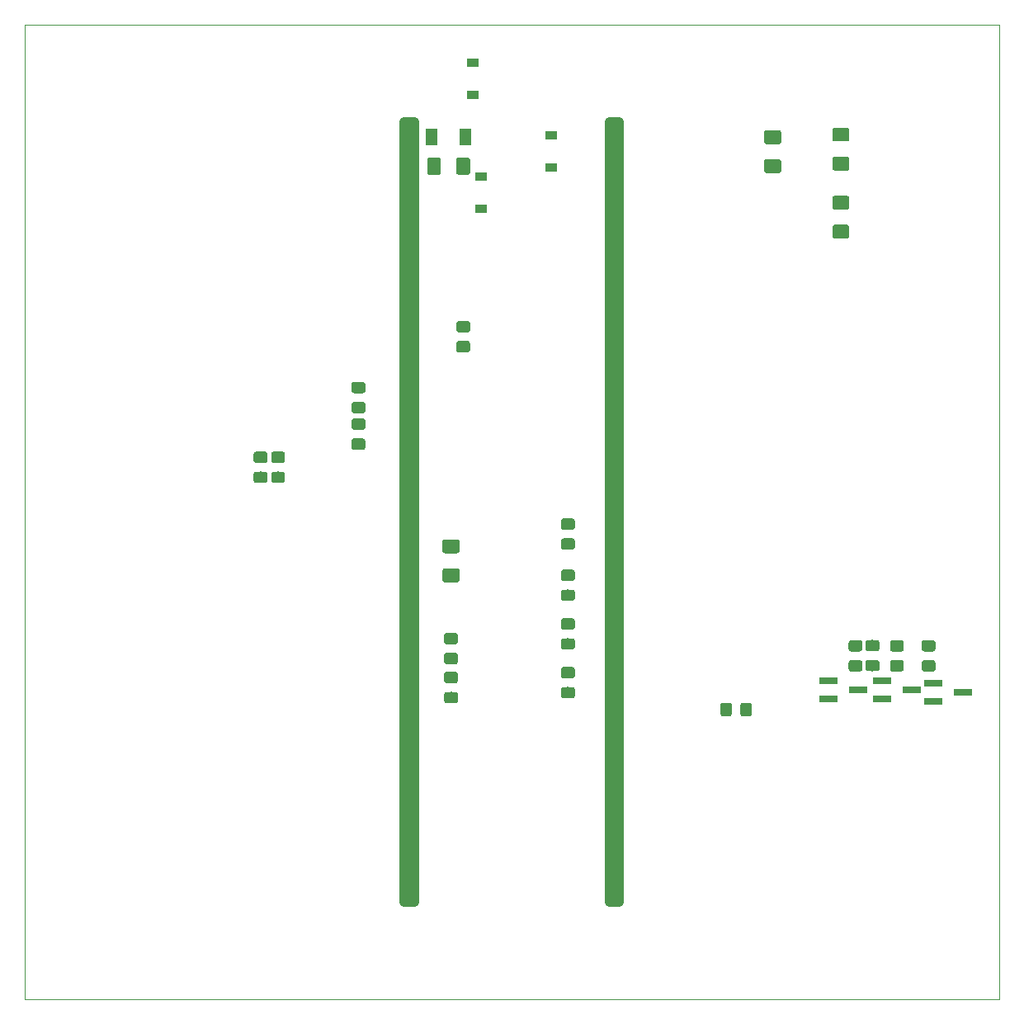
<source format=gbr>
G04 #@! TF.GenerationSoftware,KiCad,Pcbnew,(5.1.0)-1*
G04 #@! TF.CreationDate,2019-05-13T18:05:39+02:00*
G04 #@! TF.ProjectId,KicadJE_ADSR_Mega32,4b696361-644a-4455-9f41-4453525f4d65,rev?*
G04 #@! TF.SameCoordinates,Original*
G04 #@! TF.FileFunction,Paste,Top*
G04 #@! TF.FilePolarity,Positive*
%FSLAX46Y46*%
G04 Gerber Fmt 4.6, Leading zero omitted, Abs format (unit mm)*
G04 Created by KiCad (PCBNEW (5.1.0)-1) date 2019-05-13 18:05:39*
%MOMM*%
%LPD*%
G04 APERTURE LIST*
%ADD10C,1.000000*%
%ADD11C,0.050000*%
%ADD12C,0.150000*%
%ADD13C,1.150000*%
%ADD14R,1.200000X0.900000*%
%ADD15R,1.300000X1.700000*%
%ADD16C,1.425000*%
%ADD17R,1.900000X0.800000*%
G04 APERTURE END LIST*
D10*
X89000000Y-60000000D02*
X90000000Y-60000000D01*
X110000000Y-60000000D02*
X111000000Y-60000000D01*
X110000000Y-140000000D02*
X111000000Y-140000000D01*
X89000000Y-140000000D02*
X90000000Y-140000000D01*
X110000000Y-60000000D02*
X110000000Y-140000000D01*
X111000000Y-60000000D02*
X111000000Y-140000000D01*
X90000000Y-60000000D02*
X90000000Y-140000000D01*
X89000000Y-60000000D02*
X89000000Y-140000000D01*
D11*
X50000000Y-150000000D02*
X50000000Y-50000000D01*
X150000000Y-150000000D02*
X50000000Y-150000000D01*
X150000000Y-50000000D02*
X150000000Y-150000000D01*
X50000000Y-50000000D02*
X150000000Y-50000000D01*
D12*
G36*
X84724505Y-90401204D02*
G01*
X84748773Y-90404804D01*
X84772572Y-90410765D01*
X84795671Y-90419030D01*
X84817850Y-90429520D01*
X84838893Y-90442132D01*
X84858599Y-90456747D01*
X84876777Y-90473223D01*
X84893253Y-90491401D01*
X84907868Y-90511107D01*
X84920480Y-90532150D01*
X84930970Y-90554329D01*
X84939235Y-90577428D01*
X84945196Y-90601227D01*
X84948796Y-90625495D01*
X84950000Y-90649999D01*
X84950000Y-91300001D01*
X84948796Y-91324505D01*
X84945196Y-91348773D01*
X84939235Y-91372572D01*
X84930970Y-91395671D01*
X84920480Y-91417850D01*
X84907868Y-91438893D01*
X84893253Y-91458599D01*
X84876777Y-91476777D01*
X84858599Y-91493253D01*
X84838893Y-91507868D01*
X84817850Y-91520480D01*
X84795671Y-91530970D01*
X84772572Y-91539235D01*
X84748773Y-91545196D01*
X84724505Y-91548796D01*
X84700001Y-91550000D01*
X83799999Y-91550000D01*
X83775495Y-91548796D01*
X83751227Y-91545196D01*
X83727428Y-91539235D01*
X83704329Y-91530970D01*
X83682150Y-91520480D01*
X83661107Y-91507868D01*
X83641401Y-91493253D01*
X83623223Y-91476777D01*
X83606747Y-91458599D01*
X83592132Y-91438893D01*
X83579520Y-91417850D01*
X83569030Y-91395671D01*
X83560765Y-91372572D01*
X83554804Y-91348773D01*
X83551204Y-91324505D01*
X83550000Y-91300001D01*
X83550000Y-90649999D01*
X83551204Y-90625495D01*
X83554804Y-90601227D01*
X83560765Y-90577428D01*
X83569030Y-90554329D01*
X83579520Y-90532150D01*
X83592132Y-90511107D01*
X83606747Y-90491401D01*
X83623223Y-90473223D01*
X83641401Y-90456747D01*
X83661107Y-90442132D01*
X83682150Y-90429520D01*
X83704329Y-90419030D01*
X83727428Y-90410765D01*
X83751227Y-90404804D01*
X83775495Y-90401204D01*
X83799999Y-90400000D01*
X84700001Y-90400000D01*
X84724505Y-90401204D01*
X84724505Y-90401204D01*
G37*
D13*
X84250000Y-90975000D03*
D12*
G36*
X84724505Y-92451204D02*
G01*
X84748773Y-92454804D01*
X84772572Y-92460765D01*
X84795671Y-92469030D01*
X84817850Y-92479520D01*
X84838893Y-92492132D01*
X84858599Y-92506747D01*
X84876777Y-92523223D01*
X84893253Y-92541401D01*
X84907868Y-92561107D01*
X84920480Y-92582150D01*
X84930970Y-92604329D01*
X84939235Y-92627428D01*
X84945196Y-92651227D01*
X84948796Y-92675495D01*
X84950000Y-92699999D01*
X84950000Y-93350001D01*
X84948796Y-93374505D01*
X84945196Y-93398773D01*
X84939235Y-93422572D01*
X84930970Y-93445671D01*
X84920480Y-93467850D01*
X84907868Y-93488893D01*
X84893253Y-93508599D01*
X84876777Y-93526777D01*
X84858599Y-93543253D01*
X84838893Y-93557868D01*
X84817850Y-93570480D01*
X84795671Y-93580970D01*
X84772572Y-93589235D01*
X84748773Y-93595196D01*
X84724505Y-93598796D01*
X84700001Y-93600000D01*
X83799999Y-93600000D01*
X83775495Y-93598796D01*
X83751227Y-93595196D01*
X83727428Y-93589235D01*
X83704329Y-93580970D01*
X83682150Y-93570480D01*
X83661107Y-93557868D01*
X83641401Y-93543253D01*
X83623223Y-93526777D01*
X83606747Y-93508599D01*
X83592132Y-93488893D01*
X83579520Y-93467850D01*
X83569030Y-93445671D01*
X83560765Y-93422572D01*
X83554804Y-93398773D01*
X83551204Y-93374505D01*
X83550000Y-93350001D01*
X83550000Y-92699999D01*
X83551204Y-92675495D01*
X83554804Y-92651227D01*
X83560765Y-92627428D01*
X83569030Y-92604329D01*
X83579520Y-92582150D01*
X83592132Y-92561107D01*
X83606747Y-92541401D01*
X83623223Y-92523223D01*
X83641401Y-92506747D01*
X83661107Y-92492132D01*
X83682150Y-92479520D01*
X83704329Y-92469030D01*
X83727428Y-92460765D01*
X83751227Y-92454804D01*
X83775495Y-92451204D01*
X83799999Y-92450000D01*
X84700001Y-92450000D01*
X84724505Y-92451204D01*
X84724505Y-92451204D01*
G37*
D13*
X84250000Y-93025000D03*
D12*
G36*
X84724505Y-88701204D02*
G01*
X84748773Y-88704804D01*
X84772572Y-88710765D01*
X84795671Y-88719030D01*
X84817850Y-88729520D01*
X84838893Y-88742132D01*
X84858599Y-88756747D01*
X84876777Y-88773223D01*
X84893253Y-88791401D01*
X84907868Y-88811107D01*
X84920480Y-88832150D01*
X84930970Y-88854329D01*
X84939235Y-88877428D01*
X84945196Y-88901227D01*
X84948796Y-88925495D01*
X84950000Y-88949999D01*
X84950000Y-89600001D01*
X84948796Y-89624505D01*
X84945196Y-89648773D01*
X84939235Y-89672572D01*
X84930970Y-89695671D01*
X84920480Y-89717850D01*
X84907868Y-89738893D01*
X84893253Y-89758599D01*
X84876777Y-89776777D01*
X84858599Y-89793253D01*
X84838893Y-89807868D01*
X84817850Y-89820480D01*
X84795671Y-89830970D01*
X84772572Y-89839235D01*
X84748773Y-89845196D01*
X84724505Y-89848796D01*
X84700001Y-89850000D01*
X83799999Y-89850000D01*
X83775495Y-89848796D01*
X83751227Y-89845196D01*
X83727428Y-89839235D01*
X83704329Y-89830970D01*
X83682150Y-89820480D01*
X83661107Y-89807868D01*
X83641401Y-89793253D01*
X83623223Y-89776777D01*
X83606747Y-89758599D01*
X83592132Y-89738893D01*
X83579520Y-89717850D01*
X83569030Y-89695671D01*
X83560765Y-89672572D01*
X83554804Y-89648773D01*
X83551204Y-89624505D01*
X83550000Y-89600001D01*
X83550000Y-88949999D01*
X83551204Y-88925495D01*
X83554804Y-88901227D01*
X83560765Y-88877428D01*
X83569030Y-88854329D01*
X83579520Y-88832150D01*
X83592132Y-88811107D01*
X83606747Y-88791401D01*
X83623223Y-88773223D01*
X83641401Y-88756747D01*
X83661107Y-88742132D01*
X83682150Y-88729520D01*
X83704329Y-88719030D01*
X83727428Y-88710765D01*
X83751227Y-88704804D01*
X83775495Y-88701204D01*
X83799999Y-88700000D01*
X84700001Y-88700000D01*
X84724505Y-88701204D01*
X84724505Y-88701204D01*
G37*
D13*
X84250000Y-89275000D03*
D12*
G36*
X84724505Y-86651204D02*
G01*
X84748773Y-86654804D01*
X84772572Y-86660765D01*
X84795671Y-86669030D01*
X84817850Y-86679520D01*
X84838893Y-86692132D01*
X84858599Y-86706747D01*
X84876777Y-86723223D01*
X84893253Y-86741401D01*
X84907868Y-86761107D01*
X84920480Y-86782150D01*
X84930970Y-86804329D01*
X84939235Y-86827428D01*
X84945196Y-86851227D01*
X84948796Y-86875495D01*
X84950000Y-86899999D01*
X84950000Y-87550001D01*
X84948796Y-87574505D01*
X84945196Y-87598773D01*
X84939235Y-87622572D01*
X84930970Y-87645671D01*
X84920480Y-87667850D01*
X84907868Y-87688893D01*
X84893253Y-87708599D01*
X84876777Y-87726777D01*
X84858599Y-87743253D01*
X84838893Y-87757868D01*
X84817850Y-87770480D01*
X84795671Y-87780970D01*
X84772572Y-87789235D01*
X84748773Y-87795196D01*
X84724505Y-87798796D01*
X84700001Y-87800000D01*
X83799999Y-87800000D01*
X83775495Y-87798796D01*
X83751227Y-87795196D01*
X83727428Y-87789235D01*
X83704329Y-87780970D01*
X83682150Y-87770480D01*
X83661107Y-87757868D01*
X83641401Y-87743253D01*
X83623223Y-87726777D01*
X83606747Y-87708599D01*
X83592132Y-87688893D01*
X83579520Y-87667850D01*
X83569030Y-87645671D01*
X83560765Y-87622572D01*
X83554804Y-87598773D01*
X83551204Y-87574505D01*
X83550000Y-87550001D01*
X83550000Y-86899999D01*
X83551204Y-86875495D01*
X83554804Y-86851227D01*
X83560765Y-86827428D01*
X83569030Y-86804329D01*
X83579520Y-86782150D01*
X83592132Y-86761107D01*
X83606747Y-86741401D01*
X83623223Y-86723223D01*
X83641401Y-86706747D01*
X83661107Y-86692132D01*
X83682150Y-86679520D01*
X83704329Y-86669030D01*
X83727428Y-86660765D01*
X83751227Y-86654804D01*
X83775495Y-86651204D01*
X83799999Y-86650000D01*
X84700001Y-86650000D01*
X84724505Y-86651204D01*
X84724505Y-86651204D01*
G37*
D13*
X84250000Y-87225000D03*
D12*
G36*
X106224505Y-100651204D02*
G01*
X106248773Y-100654804D01*
X106272572Y-100660765D01*
X106295671Y-100669030D01*
X106317850Y-100679520D01*
X106338893Y-100692132D01*
X106358599Y-100706747D01*
X106376777Y-100723223D01*
X106393253Y-100741401D01*
X106407868Y-100761107D01*
X106420480Y-100782150D01*
X106430970Y-100804329D01*
X106439235Y-100827428D01*
X106445196Y-100851227D01*
X106448796Y-100875495D01*
X106450000Y-100899999D01*
X106450000Y-101550001D01*
X106448796Y-101574505D01*
X106445196Y-101598773D01*
X106439235Y-101622572D01*
X106430970Y-101645671D01*
X106420480Y-101667850D01*
X106407868Y-101688893D01*
X106393253Y-101708599D01*
X106376777Y-101726777D01*
X106358599Y-101743253D01*
X106338893Y-101757868D01*
X106317850Y-101770480D01*
X106295671Y-101780970D01*
X106272572Y-101789235D01*
X106248773Y-101795196D01*
X106224505Y-101798796D01*
X106200001Y-101800000D01*
X105299999Y-101800000D01*
X105275495Y-101798796D01*
X105251227Y-101795196D01*
X105227428Y-101789235D01*
X105204329Y-101780970D01*
X105182150Y-101770480D01*
X105161107Y-101757868D01*
X105141401Y-101743253D01*
X105123223Y-101726777D01*
X105106747Y-101708599D01*
X105092132Y-101688893D01*
X105079520Y-101667850D01*
X105069030Y-101645671D01*
X105060765Y-101622572D01*
X105054804Y-101598773D01*
X105051204Y-101574505D01*
X105050000Y-101550001D01*
X105050000Y-100899999D01*
X105051204Y-100875495D01*
X105054804Y-100851227D01*
X105060765Y-100827428D01*
X105069030Y-100804329D01*
X105079520Y-100782150D01*
X105092132Y-100761107D01*
X105106747Y-100741401D01*
X105123223Y-100723223D01*
X105141401Y-100706747D01*
X105161107Y-100692132D01*
X105182150Y-100679520D01*
X105204329Y-100669030D01*
X105227428Y-100660765D01*
X105251227Y-100654804D01*
X105275495Y-100651204D01*
X105299999Y-100650000D01*
X106200001Y-100650000D01*
X106224505Y-100651204D01*
X106224505Y-100651204D01*
G37*
D13*
X105750000Y-101225000D03*
D12*
G36*
X106224505Y-102701204D02*
G01*
X106248773Y-102704804D01*
X106272572Y-102710765D01*
X106295671Y-102719030D01*
X106317850Y-102729520D01*
X106338893Y-102742132D01*
X106358599Y-102756747D01*
X106376777Y-102773223D01*
X106393253Y-102791401D01*
X106407868Y-102811107D01*
X106420480Y-102832150D01*
X106430970Y-102854329D01*
X106439235Y-102877428D01*
X106445196Y-102901227D01*
X106448796Y-102925495D01*
X106450000Y-102949999D01*
X106450000Y-103600001D01*
X106448796Y-103624505D01*
X106445196Y-103648773D01*
X106439235Y-103672572D01*
X106430970Y-103695671D01*
X106420480Y-103717850D01*
X106407868Y-103738893D01*
X106393253Y-103758599D01*
X106376777Y-103776777D01*
X106358599Y-103793253D01*
X106338893Y-103807868D01*
X106317850Y-103820480D01*
X106295671Y-103830970D01*
X106272572Y-103839235D01*
X106248773Y-103845196D01*
X106224505Y-103848796D01*
X106200001Y-103850000D01*
X105299999Y-103850000D01*
X105275495Y-103848796D01*
X105251227Y-103845196D01*
X105227428Y-103839235D01*
X105204329Y-103830970D01*
X105182150Y-103820480D01*
X105161107Y-103807868D01*
X105141401Y-103793253D01*
X105123223Y-103776777D01*
X105106747Y-103758599D01*
X105092132Y-103738893D01*
X105079520Y-103717850D01*
X105069030Y-103695671D01*
X105060765Y-103672572D01*
X105054804Y-103648773D01*
X105051204Y-103624505D01*
X105050000Y-103600001D01*
X105050000Y-102949999D01*
X105051204Y-102925495D01*
X105054804Y-102901227D01*
X105060765Y-102877428D01*
X105069030Y-102854329D01*
X105079520Y-102832150D01*
X105092132Y-102811107D01*
X105106747Y-102791401D01*
X105123223Y-102773223D01*
X105141401Y-102756747D01*
X105161107Y-102742132D01*
X105182150Y-102729520D01*
X105204329Y-102719030D01*
X105227428Y-102710765D01*
X105251227Y-102704804D01*
X105275495Y-102701204D01*
X105299999Y-102700000D01*
X106200001Y-102700000D01*
X106224505Y-102701204D01*
X106224505Y-102701204D01*
G37*
D13*
X105750000Y-103275000D03*
D12*
G36*
X106224505Y-107951204D02*
G01*
X106248773Y-107954804D01*
X106272572Y-107960765D01*
X106295671Y-107969030D01*
X106317850Y-107979520D01*
X106338893Y-107992132D01*
X106358599Y-108006747D01*
X106376777Y-108023223D01*
X106393253Y-108041401D01*
X106407868Y-108061107D01*
X106420480Y-108082150D01*
X106430970Y-108104329D01*
X106439235Y-108127428D01*
X106445196Y-108151227D01*
X106448796Y-108175495D01*
X106450000Y-108199999D01*
X106450000Y-108850001D01*
X106448796Y-108874505D01*
X106445196Y-108898773D01*
X106439235Y-108922572D01*
X106430970Y-108945671D01*
X106420480Y-108967850D01*
X106407868Y-108988893D01*
X106393253Y-109008599D01*
X106376777Y-109026777D01*
X106358599Y-109043253D01*
X106338893Y-109057868D01*
X106317850Y-109070480D01*
X106295671Y-109080970D01*
X106272572Y-109089235D01*
X106248773Y-109095196D01*
X106224505Y-109098796D01*
X106200001Y-109100000D01*
X105299999Y-109100000D01*
X105275495Y-109098796D01*
X105251227Y-109095196D01*
X105227428Y-109089235D01*
X105204329Y-109080970D01*
X105182150Y-109070480D01*
X105161107Y-109057868D01*
X105141401Y-109043253D01*
X105123223Y-109026777D01*
X105106747Y-109008599D01*
X105092132Y-108988893D01*
X105079520Y-108967850D01*
X105069030Y-108945671D01*
X105060765Y-108922572D01*
X105054804Y-108898773D01*
X105051204Y-108874505D01*
X105050000Y-108850001D01*
X105050000Y-108199999D01*
X105051204Y-108175495D01*
X105054804Y-108151227D01*
X105060765Y-108127428D01*
X105069030Y-108104329D01*
X105079520Y-108082150D01*
X105092132Y-108061107D01*
X105106747Y-108041401D01*
X105123223Y-108023223D01*
X105141401Y-108006747D01*
X105161107Y-107992132D01*
X105182150Y-107979520D01*
X105204329Y-107969030D01*
X105227428Y-107960765D01*
X105251227Y-107954804D01*
X105275495Y-107951204D01*
X105299999Y-107950000D01*
X106200001Y-107950000D01*
X106224505Y-107951204D01*
X106224505Y-107951204D01*
G37*
D13*
X105750000Y-108525000D03*
D12*
G36*
X106224505Y-105901204D02*
G01*
X106248773Y-105904804D01*
X106272572Y-105910765D01*
X106295671Y-105919030D01*
X106317850Y-105929520D01*
X106338893Y-105942132D01*
X106358599Y-105956747D01*
X106376777Y-105973223D01*
X106393253Y-105991401D01*
X106407868Y-106011107D01*
X106420480Y-106032150D01*
X106430970Y-106054329D01*
X106439235Y-106077428D01*
X106445196Y-106101227D01*
X106448796Y-106125495D01*
X106450000Y-106149999D01*
X106450000Y-106800001D01*
X106448796Y-106824505D01*
X106445196Y-106848773D01*
X106439235Y-106872572D01*
X106430970Y-106895671D01*
X106420480Y-106917850D01*
X106407868Y-106938893D01*
X106393253Y-106958599D01*
X106376777Y-106976777D01*
X106358599Y-106993253D01*
X106338893Y-107007868D01*
X106317850Y-107020480D01*
X106295671Y-107030970D01*
X106272572Y-107039235D01*
X106248773Y-107045196D01*
X106224505Y-107048796D01*
X106200001Y-107050000D01*
X105299999Y-107050000D01*
X105275495Y-107048796D01*
X105251227Y-107045196D01*
X105227428Y-107039235D01*
X105204329Y-107030970D01*
X105182150Y-107020480D01*
X105161107Y-107007868D01*
X105141401Y-106993253D01*
X105123223Y-106976777D01*
X105106747Y-106958599D01*
X105092132Y-106938893D01*
X105079520Y-106917850D01*
X105069030Y-106895671D01*
X105060765Y-106872572D01*
X105054804Y-106848773D01*
X105051204Y-106824505D01*
X105050000Y-106800001D01*
X105050000Y-106149999D01*
X105051204Y-106125495D01*
X105054804Y-106101227D01*
X105060765Y-106077428D01*
X105069030Y-106054329D01*
X105079520Y-106032150D01*
X105092132Y-106011107D01*
X105106747Y-105991401D01*
X105123223Y-105973223D01*
X105141401Y-105956747D01*
X105161107Y-105942132D01*
X105182150Y-105929520D01*
X105204329Y-105919030D01*
X105227428Y-105910765D01*
X105251227Y-105904804D01*
X105275495Y-105901204D01*
X105299999Y-105900000D01*
X106200001Y-105900000D01*
X106224505Y-105901204D01*
X106224505Y-105901204D01*
G37*
D13*
X105750000Y-106475000D03*
D12*
G36*
X94224505Y-112401204D02*
G01*
X94248773Y-112404804D01*
X94272572Y-112410765D01*
X94295671Y-112419030D01*
X94317850Y-112429520D01*
X94338893Y-112442132D01*
X94358599Y-112456747D01*
X94376777Y-112473223D01*
X94393253Y-112491401D01*
X94407868Y-112511107D01*
X94420480Y-112532150D01*
X94430970Y-112554329D01*
X94439235Y-112577428D01*
X94445196Y-112601227D01*
X94448796Y-112625495D01*
X94450000Y-112649999D01*
X94450000Y-113300001D01*
X94448796Y-113324505D01*
X94445196Y-113348773D01*
X94439235Y-113372572D01*
X94430970Y-113395671D01*
X94420480Y-113417850D01*
X94407868Y-113438893D01*
X94393253Y-113458599D01*
X94376777Y-113476777D01*
X94358599Y-113493253D01*
X94338893Y-113507868D01*
X94317850Y-113520480D01*
X94295671Y-113530970D01*
X94272572Y-113539235D01*
X94248773Y-113545196D01*
X94224505Y-113548796D01*
X94200001Y-113550000D01*
X93299999Y-113550000D01*
X93275495Y-113548796D01*
X93251227Y-113545196D01*
X93227428Y-113539235D01*
X93204329Y-113530970D01*
X93182150Y-113520480D01*
X93161107Y-113507868D01*
X93141401Y-113493253D01*
X93123223Y-113476777D01*
X93106747Y-113458599D01*
X93092132Y-113438893D01*
X93079520Y-113417850D01*
X93069030Y-113395671D01*
X93060765Y-113372572D01*
X93054804Y-113348773D01*
X93051204Y-113324505D01*
X93050000Y-113300001D01*
X93050000Y-112649999D01*
X93051204Y-112625495D01*
X93054804Y-112601227D01*
X93060765Y-112577428D01*
X93069030Y-112554329D01*
X93079520Y-112532150D01*
X93092132Y-112511107D01*
X93106747Y-112491401D01*
X93123223Y-112473223D01*
X93141401Y-112456747D01*
X93161107Y-112442132D01*
X93182150Y-112429520D01*
X93204329Y-112419030D01*
X93227428Y-112410765D01*
X93251227Y-112404804D01*
X93275495Y-112401204D01*
X93299999Y-112400000D01*
X94200001Y-112400000D01*
X94224505Y-112401204D01*
X94224505Y-112401204D01*
G37*
D13*
X93750000Y-112975000D03*
D12*
G36*
X94224505Y-114451204D02*
G01*
X94248773Y-114454804D01*
X94272572Y-114460765D01*
X94295671Y-114469030D01*
X94317850Y-114479520D01*
X94338893Y-114492132D01*
X94358599Y-114506747D01*
X94376777Y-114523223D01*
X94393253Y-114541401D01*
X94407868Y-114561107D01*
X94420480Y-114582150D01*
X94430970Y-114604329D01*
X94439235Y-114627428D01*
X94445196Y-114651227D01*
X94448796Y-114675495D01*
X94450000Y-114699999D01*
X94450000Y-115350001D01*
X94448796Y-115374505D01*
X94445196Y-115398773D01*
X94439235Y-115422572D01*
X94430970Y-115445671D01*
X94420480Y-115467850D01*
X94407868Y-115488893D01*
X94393253Y-115508599D01*
X94376777Y-115526777D01*
X94358599Y-115543253D01*
X94338893Y-115557868D01*
X94317850Y-115570480D01*
X94295671Y-115580970D01*
X94272572Y-115589235D01*
X94248773Y-115595196D01*
X94224505Y-115598796D01*
X94200001Y-115600000D01*
X93299999Y-115600000D01*
X93275495Y-115598796D01*
X93251227Y-115595196D01*
X93227428Y-115589235D01*
X93204329Y-115580970D01*
X93182150Y-115570480D01*
X93161107Y-115557868D01*
X93141401Y-115543253D01*
X93123223Y-115526777D01*
X93106747Y-115508599D01*
X93092132Y-115488893D01*
X93079520Y-115467850D01*
X93069030Y-115445671D01*
X93060765Y-115422572D01*
X93054804Y-115398773D01*
X93051204Y-115374505D01*
X93050000Y-115350001D01*
X93050000Y-114699999D01*
X93051204Y-114675495D01*
X93054804Y-114651227D01*
X93060765Y-114627428D01*
X93069030Y-114604329D01*
X93079520Y-114582150D01*
X93092132Y-114561107D01*
X93106747Y-114541401D01*
X93123223Y-114523223D01*
X93141401Y-114506747D01*
X93161107Y-114492132D01*
X93182150Y-114479520D01*
X93204329Y-114469030D01*
X93227428Y-114460765D01*
X93251227Y-114454804D01*
X93275495Y-114451204D01*
X93299999Y-114450000D01*
X94200001Y-114450000D01*
X94224505Y-114451204D01*
X94224505Y-114451204D01*
G37*
D13*
X93750000Y-115025000D03*
D12*
G36*
X94224505Y-118451204D02*
G01*
X94248773Y-118454804D01*
X94272572Y-118460765D01*
X94295671Y-118469030D01*
X94317850Y-118479520D01*
X94338893Y-118492132D01*
X94358599Y-118506747D01*
X94376777Y-118523223D01*
X94393253Y-118541401D01*
X94407868Y-118561107D01*
X94420480Y-118582150D01*
X94430970Y-118604329D01*
X94439235Y-118627428D01*
X94445196Y-118651227D01*
X94448796Y-118675495D01*
X94450000Y-118699999D01*
X94450000Y-119350001D01*
X94448796Y-119374505D01*
X94445196Y-119398773D01*
X94439235Y-119422572D01*
X94430970Y-119445671D01*
X94420480Y-119467850D01*
X94407868Y-119488893D01*
X94393253Y-119508599D01*
X94376777Y-119526777D01*
X94358599Y-119543253D01*
X94338893Y-119557868D01*
X94317850Y-119570480D01*
X94295671Y-119580970D01*
X94272572Y-119589235D01*
X94248773Y-119595196D01*
X94224505Y-119598796D01*
X94200001Y-119600000D01*
X93299999Y-119600000D01*
X93275495Y-119598796D01*
X93251227Y-119595196D01*
X93227428Y-119589235D01*
X93204329Y-119580970D01*
X93182150Y-119570480D01*
X93161107Y-119557868D01*
X93141401Y-119543253D01*
X93123223Y-119526777D01*
X93106747Y-119508599D01*
X93092132Y-119488893D01*
X93079520Y-119467850D01*
X93069030Y-119445671D01*
X93060765Y-119422572D01*
X93054804Y-119398773D01*
X93051204Y-119374505D01*
X93050000Y-119350001D01*
X93050000Y-118699999D01*
X93051204Y-118675495D01*
X93054804Y-118651227D01*
X93060765Y-118627428D01*
X93069030Y-118604329D01*
X93079520Y-118582150D01*
X93092132Y-118561107D01*
X93106747Y-118541401D01*
X93123223Y-118523223D01*
X93141401Y-118506747D01*
X93161107Y-118492132D01*
X93182150Y-118479520D01*
X93204329Y-118469030D01*
X93227428Y-118460765D01*
X93251227Y-118454804D01*
X93275495Y-118451204D01*
X93299999Y-118450000D01*
X94200001Y-118450000D01*
X94224505Y-118451204D01*
X94224505Y-118451204D01*
G37*
D13*
X93750000Y-119025000D03*
D12*
G36*
X94224505Y-116401204D02*
G01*
X94248773Y-116404804D01*
X94272572Y-116410765D01*
X94295671Y-116419030D01*
X94317850Y-116429520D01*
X94338893Y-116442132D01*
X94358599Y-116456747D01*
X94376777Y-116473223D01*
X94393253Y-116491401D01*
X94407868Y-116511107D01*
X94420480Y-116532150D01*
X94430970Y-116554329D01*
X94439235Y-116577428D01*
X94445196Y-116601227D01*
X94448796Y-116625495D01*
X94450000Y-116649999D01*
X94450000Y-117300001D01*
X94448796Y-117324505D01*
X94445196Y-117348773D01*
X94439235Y-117372572D01*
X94430970Y-117395671D01*
X94420480Y-117417850D01*
X94407868Y-117438893D01*
X94393253Y-117458599D01*
X94376777Y-117476777D01*
X94358599Y-117493253D01*
X94338893Y-117507868D01*
X94317850Y-117520480D01*
X94295671Y-117530970D01*
X94272572Y-117539235D01*
X94248773Y-117545196D01*
X94224505Y-117548796D01*
X94200001Y-117550000D01*
X93299999Y-117550000D01*
X93275495Y-117548796D01*
X93251227Y-117545196D01*
X93227428Y-117539235D01*
X93204329Y-117530970D01*
X93182150Y-117520480D01*
X93161107Y-117507868D01*
X93141401Y-117493253D01*
X93123223Y-117476777D01*
X93106747Y-117458599D01*
X93092132Y-117438893D01*
X93079520Y-117417850D01*
X93069030Y-117395671D01*
X93060765Y-117372572D01*
X93054804Y-117348773D01*
X93051204Y-117324505D01*
X93050000Y-117300001D01*
X93050000Y-116649999D01*
X93051204Y-116625495D01*
X93054804Y-116601227D01*
X93060765Y-116577428D01*
X93069030Y-116554329D01*
X93079520Y-116532150D01*
X93092132Y-116511107D01*
X93106747Y-116491401D01*
X93123223Y-116473223D01*
X93141401Y-116456747D01*
X93161107Y-116442132D01*
X93182150Y-116429520D01*
X93204329Y-116419030D01*
X93227428Y-116410765D01*
X93251227Y-116404804D01*
X93275495Y-116401204D01*
X93299999Y-116400000D01*
X94200001Y-116400000D01*
X94224505Y-116401204D01*
X94224505Y-116401204D01*
G37*
D13*
X93750000Y-116975000D03*
D12*
G36*
X74674505Y-93801204D02*
G01*
X74698773Y-93804804D01*
X74722572Y-93810765D01*
X74745671Y-93819030D01*
X74767850Y-93829520D01*
X74788893Y-93842132D01*
X74808599Y-93856747D01*
X74826777Y-93873223D01*
X74843253Y-93891401D01*
X74857868Y-93911107D01*
X74870480Y-93932150D01*
X74880970Y-93954329D01*
X74889235Y-93977428D01*
X74895196Y-94001227D01*
X74898796Y-94025495D01*
X74900000Y-94049999D01*
X74900000Y-94700001D01*
X74898796Y-94724505D01*
X74895196Y-94748773D01*
X74889235Y-94772572D01*
X74880970Y-94795671D01*
X74870480Y-94817850D01*
X74857868Y-94838893D01*
X74843253Y-94858599D01*
X74826777Y-94876777D01*
X74808599Y-94893253D01*
X74788893Y-94907868D01*
X74767850Y-94920480D01*
X74745671Y-94930970D01*
X74722572Y-94939235D01*
X74698773Y-94945196D01*
X74674505Y-94948796D01*
X74650001Y-94950000D01*
X73749999Y-94950000D01*
X73725495Y-94948796D01*
X73701227Y-94945196D01*
X73677428Y-94939235D01*
X73654329Y-94930970D01*
X73632150Y-94920480D01*
X73611107Y-94907868D01*
X73591401Y-94893253D01*
X73573223Y-94876777D01*
X73556747Y-94858599D01*
X73542132Y-94838893D01*
X73529520Y-94817850D01*
X73519030Y-94795671D01*
X73510765Y-94772572D01*
X73504804Y-94748773D01*
X73501204Y-94724505D01*
X73500000Y-94700001D01*
X73500000Y-94049999D01*
X73501204Y-94025495D01*
X73504804Y-94001227D01*
X73510765Y-93977428D01*
X73519030Y-93954329D01*
X73529520Y-93932150D01*
X73542132Y-93911107D01*
X73556747Y-93891401D01*
X73573223Y-93873223D01*
X73591401Y-93856747D01*
X73611107Y-93842132D01*
X73632150Y-93829520D01*
X73654329Y-93819030D01*
X73677428Y-93810765D01*
X73701227Y-93804804D01*
X73725495Y-93801204D01*
X73749999Y-93800000D01*
X74650001Y-93800000D01*
X74674505Y-93801204D01*
X74674505Y-93801204D01*
G37*
D13*
X74200000Y-94375000D03*
D12*
G36*
X74674505Y-95851204D02*
G01*
X74698773Y-95854804D01*
X74722572Y-95860765D01*
X74745671Y-95869030D01*
X74767850Y-95879520D01*
X74788893Y-95892132D01*
X74808599Y-95906747D01*
X74826777Y-95923223D01*
X74843253Y-95941401D01*
X74857868Y-95961107D01*
X74870480Y-95982150D01*
X74880970Y-96004329D01*
X74889235Y-96027428D01*
X74895196Y-96051227D01*
X74898796Y-96075495D01*
X74900000Y-96099999D01*
X74900000Y-96750001D01*
X74898796Y-96774505D01*
X74895196Y-96798773D01*
X74889235Y-96822572D01*
X74880970Y-96845671D01*
X74870480Y-96867850D01*
X74857868Y-96888893D01*
X74843253Y-96908599D01*
X74826777Y-96926777D01*
X74808599Y-96943253D01*
X74788893Y-96957868D01*
X74767850Y-96970480D01*
X74745671Y-96980970D01*
X74722572Y-96989235D01*
X74698773Y-96995196D01*
X74674505Y-96998796D01*
X74650001Y-97000000D01*
X73749999Y-97000000D01*
X73725495Y-96998796D01*
X73701227Y-96995196D01*
X73677428Y-96989235D01*
X73654329Y-96980970D01*
X73632150Y-96970480D01*
X73611107Y-96957868D01*
X73591401Y-96943253D01*
X73573223Y-96926777D01*
X73556747Y-96908599D01*
X73542132Y-96888893D01*
X73529520Y-96867850D01*
X73519030Y-96845671D01*
X73510765Y-96822572D01*
X73504804Y-96798773D01*
X73501204Y-96774505D01*
X73500000Y-96750001D01*
X73500000Y-96099999D01*
X73501204Y-96075495D01*
X73504804Y-96051227D01*
X73510765Y-96027428D01*
X73519030Y-96004329D01*
X73529520Y-95982150D01*
X73542132Y-95961107D01*
X73556747Y-95941401D01*
X73573223Y-95923223D01*
X73591401Y-95906747D01*
X73611107Y-95892132D01*
X73632150Y-95879520D01*
X73654329Y-95869030D01*
X73677428Y-95860765D01*
X73701227Y-95854804D01*
X73725495Y-95851204D01*
X73749999Y-95850000D01*
X74650001Y-95850000D01*
X74674505Y-95851204D01*
X74674505Y-95851204D01*
G37*
D13*
X74200000Y-96425000D03*
D14*
X96000000Y-57150000D03*
X96000000Y-53850000D03*
X96800000Y-65550000D03*
X96800000Y-68850000D03*
X104000000Y-61350000D03*
X104000000Y-64650000D03*
D15*
X91750000Y-61500000D03*
X95250000Y-61500000D03*
D12*
G36*
X76474505Y-95851204D02*
G01*
X76498773Y-95854804D01*
X76522572Y-95860765D01*
X76545671Y-95869030D01*
X76567850Y-95879520D01*
X76588893Y-95892132D01*
X76608599Y-95906747D01*
X76626777Y-95923223D01*
X76643253Y-95941401D01*
X76657868Y-95961107D01*
X76670480Y-95982150D01*
X76680970Y-96004329D01*
X76689235Y-96027428D01*
X76695196Y-96051227D01*
X76698796Y-96075495D01*
X76700000Y-96099999D01*
X76700000Y-96750001D01*
X76698796Y-96774505D01*
X76695196Y-96798773D01*
X76689235Y-96822572D01*
X76680970Y-96845671D01*
X76670480Y-96867850D01*
X76657868Y-96888893D01*
X76643253Y-96908599D01*
X76626777Y-96926777D01*
X76608599Y-96943253D01*
X76588893Y-96957868D01*
X76567850Y-96970480D01*
X76545671Y-96980970D01*
X76522572Y-96989235D01*
X76498773Y-96995196D01*
X76474505Y-96998796D01*
X76450001Y-97000000D01*
X75549999Y-97000000D01*
X75525495Y-96998796D01*
X75501227Y-96995196D01*
X75477428Y-96989235D01*
X75454329Y-96980970D01*
X75432150Y-96970480D01*
X75411107Y-96957868D01*
X75391401Y-96943253D01*
X75373223Y-96926777D01*
X75356747Y-96908599D01*
X75342132Y-96888893D01*
X75329520Y-96867850D01*
X75319030Y-96845671D01*
X75310765Y-96822572D01*
X75304804Y-96798773D01*
X75301204Y-96774505D01*
X75300000Y-96750001D01*
X75300000Y-96099999D01*
X75301204Y-96075495D01*
X75304804Y-96051227D01*
X75310765Y-96027428D01*
X75319030Y-96004329D01*
X75329520Y-95982150D01*
X75342132Y-95961107D01*
X75356747Y-95941401D01*
X75373223Y-95923223D01*
X75391401Y-95906747D01*
X75411107Y-95892132D01*
X75432150Y-95879520D01*
X75454329Y-95869030D01*
X75477428Y-95860765D01*
X75501227Y-95854804D01*
X75525495Y-95851204D01*
X75549999Y-95850000D01*
X76450001Y-95850000D01*
X76474505Y-95851204D01*
X76474505Y-95851204D01*
G37*
D13*
X76000000Y-96425000D03*
D12*
G36*
X76474505Y-93801204D02*
G01*
X76498773Y-93804804D01*
X76522572Y-93810765D01*
X76545671Y-93819030D01*
X76567850Y-93829520D01*
X76588893Y-93842132D01*
X76608599Y-93856747D01*
X76626777Y-93873223D01*
X76643253Y-93891401D01*
X76657868Y-93911107D01*
X76670480Y-93932150D01*
X76680970Y-93954329D01*
X76689235Y-93977428D01*
X76695196Y-94001227D01*
X76698796Y-94025495D01*
X76700000Y-94049999D01*
X76700000Y-94700001D01*
X76698796Y-94724505D01*
X76695196Y-94748773D01*
X76689235Y-94772572D01*
X76680970Y-94795671D01*
X76670480Y-94817850D01*
X76657868Y-94838893D01*
X76643253Y-94858599D01*
X76626777Y-94876777D01*
X76608599Y-94893253D01*
X76588893Y-94907868D01*
X76567850Y-94920480D01*
X76545671Y-94930970D01*
X76522572Y-94939235D01*
X76498773Y-94945196D01*
X76474505Y-94948796D01*
X76450001Y-94950000D01*
X75549999Y-94950000D01*
X75525495Y-94948796D01*
X75501227Y-94945196D01*
X75477428Y-94939235D01*
X75454329Y-94930970D01*
X75432150Y-94920480D01*
X75411107Y-94907868D01*
X75391401Y-94893253D01*
X75373223Y-94876777D01*
X75356747Y-94858599D01*
X75342132Y-94838893D01*
X75329520Y-94817850D01*
X75319030Y-94795671D01*
X75310765Y-94772572D01*
X75304804Y-94748773D01*
X75301204Y-94724505D01*
X75300000Y-94700001D01*
X75300000Y-94049999D01*
X75301204Y-94025495D01*
X75304804Y-94001227D01*
X75310765Y-93977428D01*
X75319030Y-93954329D01*
X75329520Y-93932150D01*
X75342132Y-93911107D01*
X75356747Y-93891401D01*
X75373223Y-93873223D01*
X75391401Y-93856747D01*
X75411107Y-93842132D01*
X75432150Y-93829520D01*
X75454329Y-93819030D01*
X75477428Y-93810765D01*
X75501227Y-93804804D01*
X75525495Y-93801204D01*
X75549999Y-93800000D01*
X76450001Y-93800000D01*
X76474505Y-93801204D01*
X76474505Y-93801204D01*
G37*
D13*
X76000000Y-94375000D03*
D12*
G36*
X95474505Y-82451204D02*
G01*
X95498773Y-82454804D01*
X95522572Y-82460765D01*
X95545671Y-82469030D01*
X95567850Y-82479520D01*
X95588893Y-82492132D01*
X95608599Y-82506747D01*
X95626777Y-82523223D01*
X95643253Y-82541401D01*
X95657868Y-82561107D01*
X95670480Y-82582150D01*
X95680970Y-82604329D01*
X95689235Y-82627428D01*
X95695196Y-82651227D01*
X95698796Y-82675495D01*
X95700000Y-82699999D01*
X95700000Y-83350001D01*
X95698796Y-83374505D01*
X95695196Y-83398773D01*
X95689235Y-83422572D01*
X95680970Y-83445671D01*
X95670480Y-83467850D01*
X95657868Y-83488893D01*
X95643253Y-83508599D01*
X95626777Y-83526777D01*
X95608599Y-83543253D01*
X95588893Y-83557868D01*
X95567850Y-83570480D01*
X95545671Y-83580970D01*
X95522572Y-83589235D01*
X95498773Y-83595196D01*
X95474505Y-83598796D01*
X95450001Y-83600000D01*
X94549999Y-83600000D01*
X94525495Y-83598796D01*
X94501227Y-83595196D01*
X94477428Y-83589235D01*
X94454329Y-83580970D01*
X94432150Y-83570480D01*
X94411107Y-83557868D01*
X94391401Y-83543253D01*
X94373223Y-83526777D01*
X94356747Y-83508599D01*
X94342132Y-83488893D01*
X94329520Y-83467850D01*
X94319030Y-83445671D01*
X94310765Y-83422572D01*
X94304804Y-83398773D01*
X94301204Y-83374505D01*
X94300000Y-83350001D01*
X94300000Y-82699999D01*
X94301204Y-82675495D01*
X94304804Y-82651227D01*
X94310765Y-82627428D01*
X94319030Y-82604329D01*
X94329520Y-82582150D01*
X94342132Y-82561107D01*
X94356747Y-82541401D01*
X94373223Y-82523223D01*
X94391401Y-82506747D01*
X94411107Y-82492132D01*
X94432150Y-82479520D01*
X94454329Y-82469030D01*
X94477428Y-82460765D01*
X94501227Y-82454804D01*
X94525495Y-82451204D01*
X94549999Y-82450000D01*
X95450001Y-82450000D01*
X95474505Y-82451204D01*
X95474505Y-82451204D01*
G37*
D13*
X95000000Y-83025000D03*
D12*
G36*
X95474505Y-80401204D02*
G01*
X95498773Y-80404804D01*
X95522572Y-80410765D01*
X95545671Y-80419030D01*
X95567850Y-80429520D01*
X95588893Y-80442132D01*
X95608599Y-80456747D01*
X95626777Y-80473223D01*
X95643253Y-80491401D01*
X95657868Y-80511107D01*
X95670480Y-80532150D01*
X95680970Y-80554329D01*
X95689235Y-80577428D01*
X95695196Y-80601227D01*
X95698796Y-80625495D01*
X95700000Y-80649999D01*
X95700000Y-81300001D01*
X95698796Y-81324505D01*
X95695196Y-81348773D01*
X95689235Y-81372572D01*
X95680970Y-81395671D01*
X95670480Y-81417850D01*
X95657868Y-81438893D01*
X95643253Y-81458599D01*
X95626777Y-81476777D01*
X95608599Y-81493253D01*
X95588893Y-81507868D01*
X95567850Y-81520480D01*
X95545671Y-81530970D01*
X95522572Y-81539235D01*
X95498773Y-81545196D01*
X95474505Y-81548796D01*
X95450001Y-81550000D01*
X94549999Y-81550000D01*
X94525495Y-81548796D01*
X94501227Y-81545196D01*
X94477428Y-81539235D01*
X94454329Y-81530970D01*
X94432150Y-81520480D01*
X94411107Y-81507868D01*
X94391401Y-81493253D01*
X94373223Y-81476777D01*
X94356747Y-81458599D01*
X94342132Y-81438893D01*
X94329520Y-81417850D01*
X94319030Y-81395671D01*
X94310765Y-81372572D01*
X94304804Y-81348773D01*
X94301204Y-81324505D01*
X94300000Y-81300001D01*
X94300000Y-80649999D01*
X94301204Y-80625495D01*
X94304804Y-80601227D01*
X94310765Y-80577428D01*
X94319030Y-80554329D01*
X94329520Y-80532150D01*
X94342132Y-80511107D01*
X94356747Y-80491401D01*
X94373223Y-80473223D01*
X94391401Y-80456747D01*
X94411107Y-80442132D01*
X94432150Y-80429520D01*
X94454329Y-80419030D01*
X94477428Y-80410765D01*
X94501227Y-80404804D01*
X94525495Y-80401204D01*
X94549999Y-80400000D01*
X95450001Y-80400000D01*
X95474505Y-80401204D01*
X95474505Y-80401204D01*
G37*
D13*
X95000000Y-80975000D03*
D12*
G36*
X92499504Y-63626204D02*
G01*
X92523773Y-63629804D01*
X92547571Y-63635765D01*
X92570671Y-63644030D01*
X92592849Y-63654520D01*
X92613893Y-63667133D01*
X92633598Y-63681747D01*
X92651777Y-63698223D01*
X92668253Y-63716402D01*
X92682867Y-63736107D01*
X92695480Y-63757151D01*
X92705970Y-63779329D01*
X92714235Y-63802429D01*
X92720196Y-63826227D01*
X92723796Y-63850496D01*
X92725000Y-63875000D01*
X92725000Y-65125000D01*
X92723796Y-65149504D01*
X92720196Y-65173773D01*
X92714235Y-65197571D01*
X92705970Y-65220671D01*
X92695480Y-65242849D01*
X92682867Y-65263893D01*
X92668253Y-65283598D01*
X92651777Y-65301777D01*
X92633598Y-65318253D01*
X92613893Y-65332867D01*
X92592849Y-65345480D01*
X92570671Y-65355970D01*
X92547571Y-65364235D01*
X92523773Y-65370196D01*
X92499504Y-65373796D01*
X92475000Y-65375000D01*
X91550000Y-65375000D01*
X91525496Y-65373796D01*
X91501227Y-65370196D01*
X91477429Y-65364235D01*
X91454329Y-65355970D01*
X91432151Y-65345480D01*
X91411107Y-65332867D01*
X91391402Y-65318253D01*
X91373223Y-65301777D01*
X91356747Y-65283598D01*
X91342133Y-65263893D01*
X91329520Y-65242849D01*
X91319030Y-65220671D01*
X91310765Y-65197571D01*
X91304804Y-65173773D01*
X91301204Y-65149504D01*
X91300000Y-65125000D01*
X91300000Y-63875000D01*
X91301204Y-63850496D01*
X91304804Y-63826227D01*
X91310765Y-63802429D01*
X91319030Y-63779329D01*
X91329520Y-63757151D01*
X91342133Y-63736107D01*
X91356747Y-63716402D01*
X91373223Y-63698223D01*
X91391402Y-63681747D01*
X91411107Y-63667133D01*
X91432151Y-63654520D01*
X91454329Y-63644030D01*
X91477429Y-63635765D01*
X91501227Y-63629804D01*
X91525496Y-63626204D01*
X91550000Y-63625000D01*
X92475000Y-63625000D01*
X92499504Y-63626204D01*
X92499504Y-63626204D01*
G37*
D16*
X92012500Y-64500000D03*
D12*
G36*
X95474504Y-63626204D02*
G01*
X95498773Y-63629804D01*
X95522571Y-63635765D01*
X95545671Y-63644030D01*
X95567849Y-63654520D01*
X95588893Y-63667133D01*
X95608598Y-63681747D01*
X95626777Y-63698223D01*
X95643253Y-63716402D01*
X95657867Y-63736107D01*
X95670480Y-63757151D01*
X95680970Y-63779329D01*
X95689235Y-63802429D01*
X95695196Y-63826227D01*
X95698796Y-63850496D01*
X95700000Y-63875000D01*
X95700000Y-65125000D01*
X95698796Y-65149504D01*
X95695196Y-65173773D01*
X95689235Y-65197571D01*
X95680970Y-65220671D01*
X95670480Y-65242849D01*
X95657867Y-65263893D01*
X95643253Y-65283598D01*
X95626777Y-65301777D01*
X95608598Y-65318253D01*
X95588893Y-65332867D01*
X95567849Y-65345480D01*
X95545671Y-65355970D01*
X95522571Y-65364235D01*
X95498773Y-65370196D01*
X95474504Y-65373796D01*
X95450000Y-65375000D01*
X94525000Y-65375000D01*
X94500496Y-65373796D01*
X94476227Y-65370196D01*
X94452429Y-65364235D01*
X94429329Y-65355970D01*
X94407151Y-65345480D01*
X94386107Y-65332867D01*
X94366402Y-65318253D01*
X94348223Y-65301777D01*
X94331747Y-65283598D01*
X94317133Y-65263893D01*
X94304520Y-65242849D01*
X94294030Y-65220671D01*
X94285765Y-65197571D01*
X94279804Y-65173773D01*
X94276204Y-65149504D01*
X94275000Y-65125000D01*
X94275000Y-63875000D01*
X94276204Y-63850496D01*
X94279804Y-63826227D01*
X94285765Y-63802429D01*
X94294030Y-63779329D01*
X94304520Y-63757151D01*
X94317133Y-63736107D01*
X94331747Y-63716402D01*
X94348223Y-63698223D01*
X94366402Y-63681747D01*
X94386107Y-63667133D01*
X94407151Y-63654520D01*
X94429329Y-63644030D01*
X94452429Y-63635765D01*
X94476227Y-63629804D01*
X94500496Y-63626204D01*
X94525000Y-63625000D01*
X95450000Y-63625000D01*
X95474504Y-63626204D01*
X95474504Y-63626204D01*
G37*
D16*
X94987500Y-64500000D03*
D12*
G36*
X94399504Y-105776204D02*
G01*
X94423773Y-105779804D01*
X94447571Y-105785765D01*
X94470671Y-105794030D01*
X94492849Y-105804520D01*
X94513893Y-105817133D01*
X94533598Y-105831747D01*
X94551777Y-105848223D01*
X94568253Y-105866402D01*
X94582867Y-105886107D01*
X94595480Y-105907151D01*
X94605970Y-105929329D01*
X94614235Y-105952429D01*
X94620196Y-105976227D01*
X94623796Y-106000496D01*
X94625000Y-106025000D01*
X94625000Y-106950000D01*
X94623796Y-106974504D01*
X94620196Y-106998773D01*
X94614235Y-107022571D01*
X94605970Y-107045671D01*
X94595480Y-107067849D01*
X94582867Y-107088893D01*
X94568253Y-107108598D01*
X94551777Y-107126777D01*
X94533598Y-107143253D01*
X94513893Y-107157867D01*
X94492849Y-107170480D01*
X94470671Y-107180970D01*
X94447571Y-107189235D01*
X94423773Y-107195196D01*
X94399504Y-107198796D01*
X94375000Y-107200000D01*
X93125000Y-107200000D01*
X93100496Y-107198796D01*
X93076227Y-107195196D01*
X93052429Y-107189235D01*
X93029329Y-107180970D01*
X93007151Y-107170480D01*
X92986107Y-107157867D01*
X92966402Y-107143253D01*
X92948223Y-107126777D01*
X92931747Y-107108598D01*
X92917133Y-107088893D01*
X92904520Y-107067849D01*
X92894030Y-107045671D01*
X92885765Y-107022571D01*
X92879804Y-106998773D01*
X92876204Y-106974504D01*
X92875000Y-106950000D01*
X92875000Y-106025000D01*
X92876204Y-106000496D01*
X92879804Y-105976227D01*
X92885765Y-105952429D01*
X92894030Y-105929329D01*
X92904520Y-105907151D01*
X92917133Y-105886107D01*
X92931747Y-105866402D01*
X92948223Y-105848223D01*
X92966402Y-105831747D01*
X92986107Y-105817133D01*
X93007151Y-105804520D01*
X93029329Y-105794030D01*
X93052429Y-105785765D01*
X93076227Y-105779804D01*
X93100496Y-105776204D01*
X93125000Y-105775000D01*
X94375000Y-105775000D01*
X94399504Y-105776204D01*
X94399504Y-105776204D01*
G37*
D16*
X93750000Y-106487500D03*
D12*
G36*
X94399504Y-102801204D02*
G01*
X94423773Y-102804804D01*
X94447571Y-102810765D01*
X94470671Y-102819030D01*
X94492849Y-102829520D01*
X94513893Y-102842133D01*
X94533598Y-102856747D01*
X94551777Y-102873223D01*
X94568253Y-102891402D01*
X94582867Y-102911107D01*
X94595480Y-102932151D01*
X94605970Y-102954329D01*
X94614235Y-102977429D01*
X94620196Y-103001227D01*
X94623796Y-103025496D01*
X94625000Y-103050000D01*
X94625000Y-103975000D01*
X94623796Y-103999504D01*
X94620196Y-104023773D01*
X94614235Y-104047571D01*
X94605970Y-104070671D01*
X94595480Y-104092849D01*
X94582867Y-104113893D01*
X94568253Y-104133598D01*
X94551777Y-104151777D01*
X94533598Y-104168253D01*
X94513893Y-104182867D01*
X94492849Y-104195480D01*
X94470671Y-104205970D01*
X94447571Y-104214235D01*
X94423773Y-104220196D01*
X94399504Y-104223796D01*
X94375000Y-104225000D01*
X93125000Y-104225000D01*
X93100496Y-104223796D01*
X93076227Y-104220196D01*
X93052429Y-104214235D01*
X93029329Y-104205970D01*
X93007151Y-104195480D01*
X92986107Y-104182867D01*
X92966402Y-104168253D01*
X92948223Y-104151777D01*
X92931747Y-104133598D01*
X92917133Y-104113893D01*
X92904520Y-104092849D01*
X92894030Y-104070671D01*
X92885765Y-104047571D01*
X92879804Y-104023773D01*
X92876204Y-103999504D01*
X92875000Y-103975000D01*
X92875000Y-103050000D01*
X92876204Y-103025496D01*
X92879804Y-103001227D01*
X92885765Y-102977429D01*
X92894030Y-102954329D01*
X92904520Y-102932151D01*
X92917133Y-102911107D01*
X92931747Y-102891402D01*
X92948223Y-102873223D01*
X92966402Y-102856747D01*
X92986107Y-102842133D01*
X93007151Y-102829520D01*
X93029329Y-102819030D01*
X93052429Y-102810765D01*
X93076227Y-102804804D01*
X93100496Y-102801204D01*
X93125000Y-102800000D01*
X94375000Y-102800000D01*
X94399504Y-102801204D01*
X94399504Y-102801204D01*
G37*
D16*
X93750000Y-103512500D03*
D12*
G36*
X106224505Y-110901204D02*
G01*
X106248773Y-110904804D01*
X106272572Y-110910765D01*
X106295671Y-110919030D01*
X106317850Y-110929520D01*
X106338893Y-110942132D01*
X106358599Y-110956747D01*
X106376777Y-110973223D01*
X106393253Y-110991401D01*
X106407868Y-111011107D01*
X106420480Y-111032150D01*
X106430970Y-111054329D01*
X106439235Y-111077428D01*
X106445196Y-111101227D01*
X106448796Y-111125495D01*
X106450000Y-111149999D01*
X106450000Y-111800001D01*
X106448796Y-111824505D01*
X106445196Y-111848773D01*
X106439235Y-111872572D01*
X106430970Y-111895671D01*
X106420480Y-111917850D01*
X106407868Y-111938893D01*
X106393253Y-111958599D01*
X106376777Y-111976777D01*
X106358599Y-111993253D01*
X106338893Y-112007868D01*
X106317850Y-112020480D01*
X106295671Y-112030970D01*
X106272572Y-112039235D01*
X106248773Y-112045196D01*
X106224505Y-112048796D01*
X106200001Y-112050000D01*
X105299999Y-112050000D01*
X105275495Y-112048796D01*
X105251227Y-112045196D01*
X105227428Y-112039235D01*
X105204329Y-112030970D01*
X105182150Y-112020480D01*
X105161107Y-112007868D01*
X105141401Y-111993253D01*
X105123223Y-111976777D01*
X105106747Y-111958599D01*
X105092132Y-111938893D01*
X105079520Y-111917850D01*
X105069030Y-111895671D01*
X105060765Y-111872572D01*
X105054804Y-111848773D01*
X105051204Y-111824505D01*
X105050000Y-111800001D01*
X105050000Y-111149999D01*
X105051204Y-111125495D01*
X105054804Y-111101227D01*
X105060765Y-111077428D01*
X105069030Y-111054329D01*
X105079520Y-111032150D01*
X105092132Y-111011107D01*
X105106747Y-110991401D01*
X105123223Y-110973223D01*
X105141401Y-110956747D01*
X105161107Y-110942132D01*
X105182150Y-110929520D01*
X105204329Y-110919030D01*
X105227428Y-110910765D01*
X105251227Y-110904804D01*
X105275495Y-110901204D01*
X105299999Y-110900000D01*
X106200001Y-110900000D01*
X106224505Y-110901204D01*
X106224505Y-110901204D01*
G37*
D13*
X105750000Y-111475000D03*
D12*
G36*
X106224505Y-112951204D02*
G01*
X106248773Y-112954804D01*
X106272572Y-112960765D01*
X106295671Y-112969030D01*
X106317850Y-112979520D01*
X106338893Y-112992132D01*
X106358599Y-113006747D01*
X106376777Y-113023223D01*
X106393253Y-113041401D01*
X106407868Y-113061107D01*
X106420480Y-113082150D01*
X106430970Y-113104329D01*
X106439235Y-113127428D01*
X106445196Y-113151227D01*
X106448796Y-113175495D01*
X106450000Y-113199999D01*
X106450000Y-113850001D01*
X106448796Y-113874505D01*
X106445196Y-113898773D01*
X106439235Y-113922572D01*
X106430970Y-113945671D01*
X106420480Y-113967850D01*
X106407868Y-113988893D01*
X106393253Y-114008599D01*
X106376777Y-114026777D01*
X106358599Y-114043253D01*
X106338893Y-114057868D01*
X106317850Y-114070480D01*
X106295671Y-114080970D01*
X106272572Y-114089235D01*
X106248773Y-114095196D01*
X106224505Y-114098796D01*
X106200001Y-114100000D01*
X105299999Y-114100000D01*
X105275495Y-114098796D01*
X105251227Y-114095196D01*
X105227428Y-114089235D01*
X105204329Y-114080970D01*
X105182150Y-114070480D01*
X105161107Y-114057868D01*
X105141401Y-114043253D01*
X105123223Y-114026777D01*
X105106747Y-114008599D01*
X105092132Y-113988893D01*
X105079520Y-113967850D01*
X105069030Y-113945671D01*
X105060765Y-113922572D01*
X105054804Y-113898773D01*
X105051204Y-113874505D01*
X105050000Y-113850001D01*
X105050000Y-113199999D01*
X105051204Y-113175495D01*
X105054804Y-113151227D01*
X105060765Y-113127428D01*
X105069030Y-113104329D01*
X105079520Y-113082150D01*
X105092132Y-113061107D01*
X105106747Y-113041401D01*
X105123223Y-113023223D01*
X105141401Y-113006747D01*
X105161107Y-112992132D01*
X105182150Y-112979520D01*
X105204329Y-112969030D01*
X105227428Y-112960765D01*
X105251227Y-112954804D01*
X105275495Y-112951204D01*
X105299999Y-112950000D01*
X106200001Y-112950000D01*
X106224505Y-112951204D01*
X106224505Y-112951204D01*
G37*
D13*
X105750000Y-113525000D03*
D12*
G36*
X106224505Y-117951204D02*
G01*
X106248773Y-117954804D01*
X106272572Y-117960765D01*
X106295671Y-117969030D01*
X106317850Y-117979520D01*
X106338893Y-117992132D01*
X106358599Y-118006747D01*
X106376777Y-118023223D01*
X106393253Y-118041401D01*
X106407868Y-118061107D01*
X106420480Y-118082150D01*
X106430970Y-118104329D01*
X106439235Y-118127428D01*
X106445196Y-118151227D01*
X106448796Y-118175495D01*
X106450000Y-118199999D01*
X106450000Y-118850001D01*
X106448796Y-118874505D01*
X106445196Y-118898773D01*
X106439235Y-118922572D01*
X106430970Y-118945671D01*
X106420480Y-118967850D01*
X106407868Y-118988893D01*
X106393253Y-119008599D01*
X106376777Y-119026777D01*
X106358599Y-119043253D01*
X106338893Y-119057868D01*
X106317850Y-119070480D01*
X106295671Y-119080970D01*
X106272572Y-119089235D01*
X106248773Y-119095196D01*
X106224505Y-119098796D01*
X106200001Y-119100000D01*
X105299999Y-119100000D01*
X105275495Y-119098796D01*
X105251227Y-119095196D01*
X105227428Y-119089235D01*
X105204329Y-119080970D01*
X105182150Y-119070480D01*
X105161107Y-119057868D01*
X105141401Y-119043253D01*
X105123223Y-119026777D01*
X105106747Y-119008599D01*
X105092132Y-118988893D01*
X105079520Y-118967850D01*
X105069030Y-118945671D01*
X105060765Y-118922572D01*
X105054804Y-118898773D01*
X105051204Y-118874505D01*
X105050000Y-118850001D01*
X105050000Y-118199999D01*
X105051204Y-118175495D01*
X105054804Y-118151227D01*
X105060765Y-118127428D01*
X105069030Y-118104329D01*
X105079520Y-118082150D01*
X105092132Y-118061107D01*
X105106747Y-118041401D01*
X105123223Y-118023223D01*
X105141401Y-118006747D01*
X105161107Y-117992132D01*
X105182150Y-117979520D01*
X105204329Y-117969030D01*
X105227428Y-117960765D01*
X105251227Y-117954804D01*
X105275495Y-117951204D01*
X105299999Y-117950000D01*
X106200001Y-117950000D01*
X106224505Y-117951204D01*
X106224505Y-117951204D01*
G37*
D13*
X105750000Y-118525000D03*
D12*
G36*
X106224505Y-115901204D02*
G01*
X106248773Y-115904804D01*
X106272572Y-115910765D01*
X106295671Y-115919030D01*
X106317850Y-115929520D01*
X106338893Y-115942132D01*
X106358599Y-115956747D01*
X106376777Y-115973223D01*
X106393253Y-115991401D01*
X106407868Y-116011107D01*
X106420480Y-116032150D01*
X106430970Y-116054329D01*
X106439235Y-116077428D01*
X106445196Y-116101227D01*
X106448796Y-116125495D01*
X106450000Y-116149999D01*
X106450000Y-116800001D01*
X106448796Y-116824505D01*
X106445196Y-116848773D01*
X106439235Y-116872572D01*
X106430970Y-116895671D01*
X106420480Y-116917850D01*
X106407868Y-116938893D01*
X106393253Y-116958599D01*
X106376777Y-116976777D01*
X106358599Y-116993253D01*
X106338893Y-117007868D01*
X106317850Y-117020480D01*
X106295671Y-117030970D01*
X106272572Y-117039235D01*
X106248773Y-117045196D01*
X106224505Y-117048796D01*
X106200001Y-117050000D01*
X105299999Y-117050000D01*
X105275495Y-117048796D01*
X105251227Y-117045196D01*
X105227428Y-117039235D01*
X105204329Y-117030970D01*
X105182150Y-117020480D01*
X105161107Y-117007868D01*
X105141401Y-116993253D01*
X105123223Y-116976777D01*
X105106747Y-116958599D01*
X105092132Y-116938893D01*
X105079520Y-116917850D01*
X105069030Y-116895671D01*
X105060765Y-116872572D01*
X105054804Y-116848773D01*
X105051204Y-116824505D01*
X105050000Y-116800001D01*
X105050000Y-116149999D01*
X105051204Y-116125495D01*
X105054804Y-116101227D01*
X105060765Y-116077428D01*
X105069030Y-116054329D01*
X105079520Y-116032150D01*
X105092132Y-116011107D01*
X105106747Y-115991401D01*
X105123223Y-115973223D01*
X105141401Y-115956747D01*
X105161107Y-115942132D01*
X105182150Y-115929520D01*
X105204329Y-115919030D01*
X105227428Y-115910765D01*
X105251227Y-115904804D01*
X105275495Y-115901204D01*
X105299999Y-115900000D01*
X106200001Y-115900000D01*
X106224505Y-115901204D01*
X106224505Y-115901204D01*
G37*
D13*
X105750000Y-116475000D03*
D12*
G36*
X134399504Y-67551204D02*
G01*
X134423773Y-67554804D01*
X134447571Y-67560765D01*
X134470671Y-67569030D01*
X134492849Y-67579520D01*
X134513893Y-67592133D01*
X134533598Y-67606747D01*
X134551777Y-67623223D01*
X134568253Y-67641402D01*
X134582867Y-67661107D01*
X134595480Y-67682151D01*
X134605970Y-67704329D01*
X134614235Y-67727429D01*
X134620196Y-67751227D01*
X134623796Y-67775496D01*
X134625000Y-67800000D01*
X134625000Y-68725000D01*
X134623796Y-68749504D01*
X134620196Y-68773773D01*
X134614235Y-68797571D01*
X134605970Y-68820671D01*
X134595480Y-68842849D01*
X134582867Y-68863893D01*
X134568253Y-68883598D01*
X134551777Y-68901777D01*
X134533598Y-68918253D01*
X134513893Y-68932867D01*
X134492849Y-68945480D01*
X134470671Y-68955970D01*
X134447571Y-68964235D01*
X134423773Y-68970196D01*
X134399504Y-68973796D01*
X134375000Y-68975000D01*
X133125000Y-68975000D01*
X133100496Y-68973796D01*
X133076227Y-68970196D01*
X133052429Y-68964235D01*
X133029329Y-68955970D01*
X133007151Y-68945480D01*
X132986107Y-68932867D01*
X132966402Y-68918253D01*
X132948223Y-68901777D01*
X132931747Y-68883598D01*
X132917133Y-68863893D01*
X132904520Y-68842849D01*
X132894030Y-68820671D01*
X132885765Y-68797571D01*
X132879804Y-68773773D01*
X132876204Y-68749504D01*
X132875000Y-68725000D01*
X132875000Y-67800000D01*
X132876204Y-67775496D01*
X132879804Y-67751227D01*
X132885765Y-67727429D01*
X132894030Y-67704329D01*
X132904520Y-67682151D01*
X132917133Y-67661107D01*
X132931747Y-67641402D01*
X132948223Y-67623223D01*
X132966402Y-67606747D01*
X132986107Y-67592133D01*
X133007151Y-67579520D01*
X133029329Y-67569030D01*
X133052429Y-67560765D01*
X133076227Y-67554804D01*
X133100496Y-67551204D01*
X133125000Y-67550000D01*
X134375000Y-67550000D01*
X134399504Y-67551204D01*
X134399504Y-67551204D01*
G37*
D16*
X133750000Y-68262500D03*
D12*
G36*
X134399504Y-70526204D02*
G01*
X134423773Y-70529804D01*
X134447571Y-70535765D01*
X134470671Y-70544030D01*
X134492849Y-70554520D01*
X134513893Y-70567133D01*
X134533598Y-70581747D01*
X134551777Y-70598223D01*
X134568253Y-70616402D01*
X134582867Y-70636107D01*
X134595480Y-70657151D01*
X134605970Y-70679329D01*
X134614235Y-70702429D01*
X134620196Y-70726227D01*
X134623796Y-70750496D01*
X134625000Y-70775000D01*
X134625000Y-71700000D01*
X134623796Y-71724504D01*
X134620196Y-71748773D01*
X134614235Y-71772571D01*
X134605970Y-71795671D01*
X134595480Y-71817849D01*
X134582867Y-71838893D01*
X134568253Y-71858598D01*
X134551777Y-71876777D01*
X134533598Y-71893253D01*
X134513893Y-71907867D01*
X134492849Y-71920480D01*
X134470671Y-71930970D01*
X134447571Y-71939235D01*
X134423773Y-71945196D01*
X134399504Y-71948796D01*
X134375000Y-71950000D01*
X133125000Y-71950000D01*
X133100496Y-71948796D01*
X133076227Y-71945196D01*
X133052429Y-71939235D01*
X133029329Y-71930970D01*
X133007151Y-71920480D01*
X132986107Y-71907867D01*
X132966402Y-71893253D01*
X132948223Y-71876777D01*
X132931747Y-71858598D01*
X132917133Y-71838893D01*
X132904520Y-71817849D01*
X132894030Y-71795671D01*
X132885765Y-71772571D01*
X132879804Y-71748773D01*
X132876204Y-71724504D01*
X132875000Y-71700000D01*
X132875000Y-70775000D01*
X132876204Y-70750496D01*
X132879804Y-70726227D01*
X132885765Y-70702429D01*
X132894030Y-70679329D01*
X132904520Y-70657151D01*
X132917133Y-70636107D01*
X132931747Y-70616402D01*
X132948223Y-70598223D01*
X132966402Y-70581747D01*
X132986107Y-70567133D01*
X133007151Y-70554520D01*
X133029329Y-70544030D01*
X133052429Y-70535765D01*
X133076227Y-70529804D01*
X133100496Y-70526204D01*
X133125000Y-70525000D01*
X134375000Y-70525000D01*
X134399504Y-70526204D01*
X134399504Y-70526204D01*
G37*
D16*
X133750000Y-71237500D03*
D12*
G36*
X134399504Y-60551204D02*
G01*
X134423773Y-60554804D01*
X134447571Y-60560765D01*
X134470671Y-60569030D01*
X134492849Y-60579520D01*
X134513893Y-60592133D01*
X134533598Y-60606747D01*
X134551777Y-60623223D01*
X134568253Y-60641402D01*
X134582867Y-60661107D01*
X134595480Y-60682151D01*
X134605970Y-60704329D01*
X134614235Y-60727429D01*
X134620196Y-60751227D01*
X134623796Y-60775496D01*
X134625000Y-60800000D01*
X134625000Y-61725000D01*
X134623796Y-61749504D01*
X134620196Y-61773773D01*
X134614235Y-61797571D01*
X134605970Y-61820671D01*
X134595480Y-61842849D01*
X134582867Y-61863893D01*
X134568253Y-61883598D01*
X134551777Y-61901777D01*
X134533598Y-61918253D01*
X134513893Y-61932867D01*
X134492849Y-61945480D01*
X134470671Y-61955970D01*
X134447571Y-61964235D01*
X134423773Y-61970196D01*
X134399504Y-61973796D01*
X134375000Y-61975000D01*
X133125000Y-61975000D01*
X133100496Y-61973796D01*
X133076227Y-61970196D01*
X133052429Y-61964235D01*
X133029329Y-61955970D01*
X133007151Y-61945480D01*
X132986107Y-61932867D01*
X132966402Y-61918253D01*
X132948223Y-61901777D01*
X132931747Y-61883598D01*
X132917133Y-61863893D01*
X132904520Y-61842849D01*
X132894030Y-61820671D01*
X132885765Y-61797571D01*
X132879804Y-61773773D01*
X132876204Y-61749504D01*
X132875000Y-61725000D01*
X132875000Y-60800000D01*
X132876204Y-60775496D01*
X132879804Y-60751227D01*
X132885765Y-60727429D01*
X132894030Y-60704329D01*
X132904520Y-60682151D01*
X132917133Y-60661107D01*
X132931747Y-60641402D01*
X132948223Y-60623223D01*
X132966402Y-60606747D01*
X132986107Y-60592133D01*
X133007151Y-60579520D01*
X133029329Y-60569030D01*
X133052429Y-60560765D01*
X133076227Y-60554804D01*
X133100496Y-60551204D01*
X133125000Y-60550000D01*
X134375000Y-60550000D01*
X134399504Y-60551204D01*
X134399504Y-60551204D01*
G37*
D16*
X133750000Y-61262500D03*
D12*
G36*
X134399504Y-63526204D02*
G01*
X134423773Y-63529804D01*
X134447571Y-63535765D01*
X134470671Y-63544030D01*
X134492849Y-63554520D01*
X134513893Y-63567133D01*
X134533598Y-63581747D01*
X134551777Y-63598223D01*
X134568253Y-63616402D01*
X134582867Y-63636107D01*
X134595480Y-63657151D01*
X134605970Y-63679329D01*
X134614235Y-63702429D01*
X134620196Y-63726227D01*
X134623796Y-63750496D01*
X134625000Y-63775000D01*
X134625000Y-64700000D01*
X134623796Y-64724504D01*
X134620196Y-64748773D01*
X134614235Y-64772571D01*
X134605970Y-64795671D01*
X134595480Y-64817849D01*
X134582867Y-64838893D01*
X134568253Y-64858598D01*
X134551777Y-64876777D01*
X134533598Y-64893253D01*
X134513893Y-64907867D01*
X134492849Y-64920480D01*
X134470671Y-64930970D01*
X134447571Y-64939235D01*
X134423773Y-64945196D01*
X134399504Y-64948796D01*
X134375000Y-64950000D01*
X133125000Y-64950000D01*
X133100496Y-64948796D01*
X133076227Y-64945196D01*
X133052429Y-64939235D01*
X133029329Y-64930970D01*
X133007151Y-64920480D01*
X132986107Y-64907867D01*
X132966402Y-64893253D01*
X132948223Y-64876777D01*
X132931747Y-64858598D01*
X132917133Y-64838893D01*
X132904520Y-64817849D01*
X132894030Y-64795671D01*
X132885765Y-64772571D01*
X132879804Y-64748773D01*
X132876204Y-64724504D01*
X132875000Y-64700000D01*
X132875000Y-63775000D01*
X132876204Y-63750496D01*
X132879804Y-63726227D01*
X132885765Y-63702429D01*
X132894030Y-63679329D01*
X132904520Y-63657151D01*
X132917133Y-63636107D01*
X132931747Y-63616402D01*
X132948223Y-63598223D01*
X132966402Y-63581747D01*
X132986107Y-63567133D01*
X133007151Y-63554520D01*
X133029329Y-63544030D01*
X133052429Y-63535765D01*
X133076227Y-63529804D01*
X133100496Y-63526204D01*
X133125000Y-63525000D01*
X134375000Y-63525000D01*
X134399504Y-63526204D01*
X134399504Y-63526204D01*
G37*
D16*
X133750000Y-64237500D03*
D12*
G36*
X127399504Y-63788704D02*
G01*
X127423773Y-63792304D01*
X127447571Y-63798265D01*
X127470671Y-63806530D01*
X127492849Y-63817020D01*
X127513893Y-63829633D01*
X127533598Y-63844247D01*
X127551777Y-63860723D01*
X127568253Y-63878902D01*
X127582867Y-63898607D01*
X127595480Y-63919651D01*
X127605970Y-63941829D01*
X127614235Y-63964929D01*
X127620196Y-63988727D01*
X127623796Y-64012996D01*
X127625000Y-64037500D01*
X127625000Y-64962500D01*
X127623796Y-64987004D01*
X127620196Y-65011273D01*
X127614235Y-65035071D01*
X127605970Y-65058171D01*
X127595480Y-65080349D01*
X127582867Y-65101393D01*
X127568253Y-65121098D01*
X127551777Y-65139277D01*
X127533598Y-65155753D01*
X127513893Y-65170367D01*
X127492849Y-65182980D01*
X127470671Y-65193470D01*
X127447571Y-65201735D01*
X127423773Y-65207696D01*
X127399504Y-65211296D01*
X127375000Y-65212500D01*
X126125000Y-65212500D01*
X126100496Y-65211296D01*
X126076227Y-65207696D01*
X126052429Y-65201735D01*
X126029329Y-65193470D01*
X126007151Y-65182980D01*
X125986107Y-65170367D01*
X125966402Y-65155753D01*
X125948223Y-65139277D01*
X125931747Y-65121098D01*
X125917133Y-65101393D01*
X125904520Y-65080349D01*
X125894030Y-65058171D01*
X125885765Y-65035071D01*
X125879804Y-65011273D01*
X125876204Y-64987004D01*
X125875000Y-64962500D01*
X125875000Y-64037500D01*
X125876204Y-64012996D01*
X125879804Y-63988727D01*
X125885765Y-63964929D01*
X125894030Y-63941829D01*
X125904520Y-63919651D01*
X125917133Y-63898607D01*
X125931747Y-63878902D01*
X125948223Y-63860723D01*
X125966402Y-63844247D01*
X125986107Y-63829633D01*
X126007151Y-63817020D01*
X126029329Y-63806530D01*
X126052429Y-63798265D01*
X126076227Y-63792304D01*
X126100496Y-63788704D01*
X126125000Y-63787500D01*
X127375000Y-63787500D01*
X127399504Y-63788704D01*
X127399504Y-63788704D01*
G37*
D16*
X126750000Y-64500000D03*
D12*
G36*
X127399504Y-60813704D02*
G01*
X127423773Y-60817304D01*
X127447571Y-60823265D01*
X127470671Y-60831530D01*
X127492849Y-60842020D01*
X127513893Y-60854633D01*
X127533598Y-60869247D01*
X127551777Y-60885723D01*
X127568253Y-60903902D01*
X127582867Y-60923607D01*
X127595480Y-60944651D01*
X127605970Y-60966829D01*
X127614235Y-60989929D01*
X127620196Y-61013727D01*
X127623796Y-61037996D01*
X127625000Y-61062500D01*
X127625000Y-61987500D01*
X127623796Y-62012004D01*
X127620196Y-62036273D01*
X127614235Y-62060071D01*
X127605970Y-62083171D01*
X127595480Y-62105349D01*
X127582867Y-62126393D01*
X127568253Y-62146098D01*
X127551777Y-62164277D01*
X127533598Y-62180753D01*
X127513893Y-62195367D01*
X127492849Y-62207980D01*
X127470671Y-62218470D01*
X127447571Y-62226735D01*
X127423773Y-62232696D01*
X127399504Y-62236296D01*
X127375000Y-62237500D01*
X126125000Y-62237500D01*
X126100496Y-62236296D01*
X126076227Y-62232696D01*
X126052429Y-62226735D01*
X126029329Y-62218470D01*
X126007151Y-62207980D01*
X125986107Y-62195367D01*
X125966402Y-62180753D01*
X125948223Y-62164277D01*
X125931747Y-62146098D01*
X125917133Y-62126393D01*
X125904520Y-62105349D01*
X125894030Y-62083171D01*
X125885765Y-62060071D01*
X125879804Y-62036273D01*
X125876204Y-62012004D01*
X125875000Y-61987500D01*
X125875000Y-61062500D01*
X125876204Y-61037996D01*
X125879804Y-61013727D01*
X125885765Y-60989929D01*
X125894030Y-60966829D01*
X125904520Y-60944651D01*
X125917133Y-60923607D01*
X125931747Y-60903902D01*
X125948223Y-60885723D01*
X125966402Y-60869247D01*
X125986107Y-60854633D01*
X126007151Y-60842020D01*
X126029329Y-60831530D01*
X126052429Y-60823265D01*
X126076227Y-60817304D01*
X126100496Y-60813704D01*
X126125000Y-60812500D01*
X127375000Y-60812500D01*
X127399504Y-60813704D01*
X127399504Y-60813704D01*
G37*
D16*
X126750000Y-61525000D03*
D17*
X135500000Y-118250000D03*
X132500000Y-119200000D03*
X132500000Y-117300000D03*
X138000000Y-117300000D03*
X138000000Y-119200000D03*
X141000000Y-118250000D03*
X146250000Y-118500000D03*
X143250000Y-119450000D03*
X143250000Y-117550000D03*
D12*
G36*
X124374505Y-119551204D02*
G01*
X124398773Y-119554804D01*
X124422572Y-119560765D01*
X124445671Y-119569030D01*
X124467850Y-119579520D01*
X124488893Y-119592132D01*
X124508599Y-119606747D01*
X124526777Y-119623223D01*
X124543253Y-119641401D01*
X124557868Y-119661107D01*
X124570480Y-119682150D01*
X124580970Y-119704329D01*
X124589235Y-119727428D01*
X124595196Y-119751227D01*
X124598796Y-119775495D01*
X124600000Y-119799999D01*
X124600000Y-120700001D01*
X124598796Y-120724505D01*
X124595196Y-120748773D01*
X124589235Y-120772572D01*
X124580970Y-120795671D01*
X124570480Y-120817850D01*
X124557868Y-120838893D01*
X124543253Y-120858599D01*
X124526777Y-120876777D01*
X124508599Y-120893253D01*
X124488893Y-120907868D01*
X124467850Y-120920480D01*
X124445671Y-120930970D01*
X124422572Y-120939235D01*
X124398773Y-120945196D01*
X124374505Y-120948796D01*
X124350001Y-120950000D01*
X123699999Y-120950000D01*
X123675495Y-120948796D01*
X123651227Y-120945196D01*
X123627428Y-120939235D01*
X123604329Y-120930970D01*
X123582150Y-120920480D01*
X123561107Y-120907868D01*
X123541401Y-120893253D01*
X123523223Y-120876777D01*
X123506747Y-120858599D01*
X123492132Y-120838893D01*
X123479520Y-120817850D01*
X123469030Y-120795671D01*
X123460765Y-120772572D01*
X123454804Y-120748773D01*
X123451204Y-120724505D01*
X123450000Y-120700001D01*
X123450000Y-119799999D01*
X123451204Y-119775495D01*
X123454804Y-119751227D01*
X123460765Y-119727428D01*
X123469030Y-119704329D01*
X123479520Y-119682150D01*
X123492132Y-119661107D01*
X123506747Y-119641401D01*
X123523223Y-119623223D01*
X123541401Y-119606747D01*
X123561107Y-119592132D01*
X123582150Y-119579520D01*
X123604329Y-119569030D01*
X123627428Y-119560765D01*
X123651227Y-119554804D01*
X123675495Y-119551204D01*
X123699999Y-119550000D01*
X124350001Y-119550000D01*
X124374505Y-119551204D01*
X124374505Y-119551204D01*
G37*
D13*
X124025000Y-120250000D03*
D12*
G36*
X122324505Y-119551204D02*
G01*
X122348773Y-119554804D01*
X122372572Y-119560765D01*
X122395671Y-119569030D01*
X122417850Y-119579520D01*
X122438893Y-119592132D01*
X122458599Y-119606747D01*
X122476777Y-119623223D01*
X122493253Y-119641401D01*
X122507868Y-119661107D01*
X122520480Y-119682150D01*
X122530970Y-119704329D01*
X122539235Y-119727428D01*
X122545196Y-119751227D01*
X122548796Y-119775495D01*
X122550000Y-119799999D01*
X122550000Y-120700001D01*
X122548796Y-120724505D01*
X122545196Y-120748773D01*
X122539235Y-120772572D01*
X122530970Y-120795671D01*
X122520480Y-120817850D01*
X122507868Y-120838893D01*
X122493253Y-120858599D01*
X122476777Y-120876777D01*
X122458599Y-120893253D01*
X122438893Y-120907868D01*
X122417850Y-120920480D01*
X122395671Y-120930970D01*
X122372572Y-120939235D01*
X122348773Y-120945196D01*
X122324505Y-120948796D01*
X122300001Y-120950000D01*
X121649999Y-120950000D01*
X121625495Y-120948796D01*
X121601227Y-120945196D01*
X121577428Y-120939235D01*
X121554329Y-120930970D01*
X121532150Y-120920480D01*
X121511107Y-120907868D01*
X121491401Y-120893253D01*
X121473223Y-120876777D01*
X121456747Y-120858599D01*
X121442132Y-120838893D01*
X121429520Y-120817850D01*
X121419030Y-120795671D01*
X121410765Y-120772572D01*
X121404804Y-120748773D01*
X121401204Y-120724505D01*
X121400000Y-120700001D01*
X121400000Y-119799999D01*
X121401204Y-119775495D01*
X121404804Y-119751227D01*
X121410765Y-119727428D01*
X121419030Y-119704329D01*
X121429520Y-119682150D01*
X121442132Y-119661107D01*
X121456747Y-119641401D01*
X121473223Y-119623223D01*
X121491401Y-119606747D01*
X121511107Y-119592132D01*
X121532150Y-119579520D01*
X121554329Y-119569030D01*
X121577428Y-119560765D01*
X121601227Y-119554804D01*
X121625495Y-119551204D01*
X121649999Y-119550000D01*
X122300001Y-119550000D01*
X122324505Y-119551204D01*
X122324505Y-119551204D01*
G37*
D13*
X121975000Y-120250000D03*
D12*
G36*
X135724505Y-115201204D02*
G01*
X135748773Y-115204804D01*
X135772572Y-115210765D01*
X135795671Y-115219030D01*
X135817850Y-115229520D01*
X135838893Y-115242132D01*
X135858599Y-115256747D01*
X135876777Y-115273223D01*
X135893253Y-115291401D01*
X135907868Y-115311107D01*
X135920480Y-115332150D01*
X135930970Y-115354329D01*
X135939235Y-115377428D01*
X135945196Y-115401227D01*
X135948796Y-115425495D01*
X135950000Y-115449999D01*
X135950000Y-116100001D01*
X135948796Y-116124505D01*
X135945196Y-116148773D01*
X135939235Y-116172572D01*
X135930970Y-116195671D01*
X135920480Y-116217850D01*
X135907868Y-116238893D01*
X135893253Y-116258599D01*
X135876777Y-116276777D01*
X135858599Y-116293253D01*
X135838893Y-116307868D01*
X135817850Y-116320480D01*
X135795671Y-116330970D01*
X135772572Y-116339235D01*
X135748773Y-116345196D01*
X135724505Y-116348796D01*
X135700001Y-116350000D01*
X134799999Y-116350000D01*
X134775495Y-116348796D01*
X134751227Y-116345196D01*
X134727428Y-116339235D01*
X134704329Y-116330970D01*
X134682150Y-116320480D01*
X134661107Y-116307868D01*
X134641401Y-116293253D01*
X134623223Y-116276777D01*
X134606747Y-116258599D01*
X134592132Y-116238893D01*
X134579520Y-116217850D01*
X134569030Y-116195671D01*
X134560765Y-116172572D01*
X134554804Y-116148773D01*
X134551204Y-116124505D01*
X134550000Y-116100001D01*
X134550000Y-115449999D01*
X134551204Y-115425495D01*
X134554804Y-115401227D01*
X134560765Y-115377428D01*
X134569030Y-115354329D01*
X134579520Y-115332150D01*
X134592132Y-115311107D01*
X134606747Y-115291401D01*
X134623223Y-115273223D01*
X134641401Y-115256747D01*
X134661107Y-115242132D01*
X134682150Y-115229520D01*
X134704329Y-115219030D01*
X134727428Y-115210765D01*
X134751227Y-115204804D01*
X134775495Y-115201204D01*
X134799999Y-115200000D01*
X135700001Y-115200000D01*
X135724505Y-115201204D01*
X135724505Y-115201204D01*
G37*
D13*
X135250000Y-115775000D03*
D12*
G36*
X135724505Y-113151204D02*
G01*
X135748773Y-113154804D01*
X135772572Y-113160765D01*
X135795671Y-113169030D01*
X135817850Y-113179520D01*
X135838893Y-113192132D01*
X135858599Y-113206747D01*
X135876777Y-113223223D01*
X135893253Y-113241401D01*
X135907868Y-113261107D01*
X135920480Y-113282150D01*
X135930970Y-113304329D01*
X135939235Y-113327428D01*
X135945196Y-113351227D01*
X135948796Y-113375495D01*
X135950000Y-113399999D01*
X135950000Y-114050001D01*
X135948796Y-114074505D01*
X135945196Y-114098773D01*
X135939235Y-114122572D01*
X135930970Y-114145671D01*
X135920480Y-114167850D01*
X135907868Y-114188893D01*
X135893253Y-114208599D01*
X135876777Y-114226777D01*
X135858599Y-114243253D01*
X135838893Y-114257868D01*
X135817850Y-114270480D01*
X135795671Y-114280970D01*
X135772572Y-114289235D01*
X135748773Y-114295196D01*
X135724505Y-114298796D01*
X135700001Y-114300000D01*
X134799999Y-114300000D01*
X134775495Y-114298796D01*
X134751227Y-114295196D01*
X134727428Y-114289235D01*
X134704329Y-114280970D01*
X134682150Y-114270480D01*
X134661107Y-114257868D01*
X134641401Y-114243253D01*
X134623223Y-114226777D01*
X134606747Y-114208599D01*
X134592132Y-114188893D01*
X134579520Y-114167850D01*
X134569030Y-114145671D01*
X134560765Y-114122572D01*
X134554804Y-114098773D01*
X134551204Y-114074505D01*
X134550000Y-114050001D01*
X134550000Y-113399999D01*
X134551204Y-113375495D01*
X134554804Y-113351227D01*
X134560765Y-113327428D01*
X134569030Y-113304329D01*
X134579520Y-113282150D01*
X134592132Y-113261107D01*
X134606747Y-113241401D01*
X134623223Y-113223223D01*
X134641401Y-113206747D01*
X134661107Y-113192132D01*
X134682150Y-113179520D01*
X134704329Y-113169030D01*
X134727428Y-113160765D01*
X134751227Y-113154804D01*
X134775495Y-113151204D01*
X134799999Y-113150000D01*
X135700001Y-113150000D01*
X135724505Y-113151204D01*
X135724505Y-113151204D01*
G37*
D13*
X135250000Y-113725000D03*
D12*
G36*
X143224505Y-113151204D02*
G01*
X143248773Y-113154804D01*
X143272572Y-113160765D01*
X143295671Y-113169030D01*
X143317850Y-113179520D01*
X143338893Y-113192132D01*
X143358599Y-113206747D01*
X143376777Y-113223223D01*
X143393253Y-113241401D01*
X143407868Y-113261107D01*
X143420480Y-113282150D01*
X143430970Y-113304329D01*
X143439235Y-113327428D01*
X143445196Y-113351227D01*
X143448796Y-113375495D01*
X143450000Y-113399999D01*
X143450000Y-114050001D01*
X143448796Y-114074505D01*
X143445196Y-114098773D01*
X143439235Y-114122572D01*
X143430970Y-114145671D01*
X143420480Y-114167850D01*
X143407868Y-114188893D01*
X143393253Y-114208599D01*
X143376777Y-114226777D01*
X143358599Y-114243253D01*
X143338893Y-114257868D01*
X143317850Y-114270480D01*
X143295671Y-114280970D01*
X143272572Y-114289235D01*
X143248773Y-114295196D01*
X143224505Y-114298796D01*
X143200001Y-114300000D01*
X142299999Y-114300000D01*
X142275495Y-114298796D01*
X142251227Y-114295196D01*
X142227428Y-114289235D01*
X142204329Y-114280970D01*
X142182150Y-114270480D01*
X142161107Y-114257868D01*
X142141401Y-114243253D01*
X142123223Y-114226777D01*
X142106747Y-114208599D01*
X142092132Y-114188893D01*
X142079520Y-114167850D01*
X142069030Y-114145671D01*
X142060765Y-114122572D01*
X142054804Y-114098773D01*
X142051204Y-114074505D01*
X142050000Y-114050001D01*
X142050000Y-113399999D01*
X142051204Y-113375495D01*
X142054804Y-113351227D01*
X142060765Y-113327428D01*
X142069030Y-113304329D01*
X142079520Y-113282150D01*
X142092132Y-113261107D01*
X142106747Y-113241401D01*
X142123223Y-113223223D01*
X142141401Y-113206747D01*
X142161107Y-113192132D01*
X142182150Y-113179520D01*
X142204329Y-113169030D01*
X142227428Y-113160765D01*
X142251227Y-113154804D01*
X142275495Y-113151204D01*
X142299999Y-113150000D01*
X143200001Y-113150000D01*
X143224505Y-113151204D01*
X143224505Y-113151204D01*
G37*
D13*
X142750000Y-113725000D03*
D12*
G36*
X143224505Y-115201204D02*
G01*
X143248773Y-115204804D01*
X143272572Y-115210765D01*
X143295671Y-115219030D01*
X143317850Y-115229520D01*
X143338893Y-115242132D01*
X143358599Y-115256747D01*
X143376777Y-115273223D01*
X143393253Y-115291401D01*
X143407868Y-115311107D01*
X143420480Y-115332150D01*
X143430970Y-115354329D01*
X143439235Y-115377428D01*
X143445196Y-115401227D01*
X143448796Y-115425495D01*
X143450000Y-115449999D01*
X143450000Y-116100001D01*
X143448796Y-116124505D01*
X143445196Y-116148773D01*
X143439235Y-116172572D01*
X143430970Y-116195671D01*
X143420480Y-116217850D01*
X143407868Y-116238893D01*
X143393253Y-116258599D01*
X143376777Y-116276777D01*
X143358599Y-116293253D01*
X143338893Y-116307868D01*
X143317850Y-116320480D01*
X143295671Y-116330970D01*
X143272572Y-116339235D01*
X143248773Y-116345196D01*
X143224505Y-116348796D01*
X143200001Y-116350000D01*
X142299999Y-116350000D01*
X142275495Y-116348796D01*
X142251227Y-116345196D01*
X142227428Y-116339235D01*
X142204329Y-116330970D01*
X142182150Y-116320480D01*
X142161107Y-116307868D01*
X142141401Y-116293253D01*
X142123223Y-116276777D01*
X142106747Y-116258599D01*
X142092132Y-116238893D01*
X142079520Y-116217850D01*
X142069030Y-116195671D01*
X142060765Y-116172572D01*
X142054804Y-116148773D01*
X142051204Y-116124505D01*
X142050000Y-116100001D01*
X142050000Y-115449999D01*
X142051204Y-115425495D01*
X142054804Y-115401227D01*
X142060765Y-115377428D01*
X142069030Y-115354329D01*
X142079520Y-115332150D01*
X142092132Y-115311107D01*
X142106747Y-115291401D01*
X142123223Y-115273223D01*
X142141401Y-115256747D01*
X142161107Y-115242132D01*
X142182150Y-115229520D01*
X142204329Y-115219030D01*
X142227428Y-115210765D01*
X142251227Y-115204804D01*
X142275495Y-115201204D01*
X142299999Y-115200000D01*
X143200001Y-115200000D01*
X143224505Y-115201204D01*
X143224505Y-115201204D01*
G37*
D13*
X142750000Y-115775000D03*
D12*
G36*
X139974505Y-113151204D02*
G01*
X139998773Y-113154804D01*
X140022572Y-113160765D01*
X140045671Y-113169030D01*
X140067850Y-113179520D01*
X140088893Y-113192132D01*
X140108599Y-113206747D01*
X140126777Y-113223223D01*
X140143253Y-113241401D01*
X140157868Y-113261107D01*
X140170480Y-113282150D01*
X140180970Y-113304329D01*
X140189235Y-113327428D01*
X140195196Y-113351227D01*
X140198796Y-113375495D01*
X140200000Y-113399999D01*
X140200000Y-114050001D01*
X140198796Y-114074505D01*
X140195196Y-114098773D01*
X140189235Y-114122572D01*
X140180970Y-114145671D01*
X140170480Y-114167850D01*
X140157868Y-114188893D01*
X140143253Y-114208599D01*
X140126777Y-114226777D01*
X140108599Y-114243253D01*
X140088893Y-114257868D01*
X140067850Y-114270480D01*
X140045671Y-114280970D01*
X140022572Y-114289235D01*
X139998773Y-114295196D01*
X139974505Y-114298796D01*
X139950001Y-114300000D01*
X139049999Y-114300000D01*
X139025495Y-114298796D01*
X139001227Y-114295196D01*
X138977428Y-114289235D01*
X138954329Y-114280970D01*
X138932150Y-114270480D01*
X138911107Y-114257868D01*
X138891401Y-114243253D01*
X138873223Y-114226777D01*
X138856747Y-114208599D01*
X138842132Y-114188893D01*
X138829520Y-114167850D01*
X138819030Y-114145671D01*
X138810765Y-114122572D01*
X138804804Y-114098773D01*
X138801204Y-114074505D01*
X138800000Y-114050001D01*
X138800000Y-113399999D01*
X138801204Y-113375495D01*
X138804804Y-113351227D01*
X138810765Y-113327428D01*
X138819030Y-113304329D01*
X138829520Y-113282150D01*
X138842132Y-113261107D01*
X138856747Y-113241401D01*
X138873223Y-113223223D01*
X138891401Y-113206747D01*
X138911107Y-113192132D01*
X138932150Y-113179520D01*
X138954329Y-113169030D01*
X138977428Y-113160765D01*
X139001227Y-113154804D01*
X139025495Y-113151204D01*
X139049999Y-113150000D01*
X139950001Y-113150000D01*
X139974505Y-113151204D01*
X139974505Y-113151204D01*
G37*
D13*
X139500000Y-113725000D03*
D12*
G36*
X139974505Y-115201204D02*
G01*
X139998773Y-115204804D01*
X140022572Y-115210765D01*
X140045671Y-115219030D01*
X140067850Y-115229520D01*
X140088893Y-115242132D01*
X140108599Y-115256747D01*
X140126777Y-115273223D01*
X140143253Y-115291401D01*
X140157868Y-115311107D01*
X140170480Y-115332150D01*
X140180970Y-115354329D01*
X140189235Y-115377428D01*
X140195196Y-115401227D01*
X140198796Y-115425495D01*
X140200000Y-115449999D01*
X140200000Y-116100001D01*
X140198796Y-116124505D01*
X140195196Y-116148773D01*
X140189235Y-116172572D01*
X140180970Y-116195671D01*
X140170480Y-116217850D01*
X140157868Y-116238893D01*
X140143253Y-116258599D01*
X140126777Y-116276777D01*
X140108599Y-116293253D01*
X140088893Y-116307868D01*
X140067850Y-116320480D01*
X140045671Y-116330970D01*
X140022572Y-116339235D01*
X139998773Y-116345196D01*
X139974505Y-116348796D01*
X139950001Y-116350000D01*
X139049999Y-116350000D01*
X139025495Y-116348796D01*
X139001227Y-116345196D01*
X138977428Y-116339235D01*
X138954329Y-116330970D01*
X138932150Y-116320480D01*
X138911107Y-116307868D01*
X138891401Y-116293253D01*
X138873223Y-116276777D01*
X138856747Y-116258599D01*
X138842132Y-116238893D01*
X138829520Y-116217850D01*
X138819030Y-116195671D01*
X138810765Y-116172572D01*
X138804804Y-116148773D01*
X138801204Y-116124505D01*
X138800000Y-116100001D01*
X138800000Y-115449999D01*
X138801204Y-115425495D01*
X138804804Y-115401227D01*
X138810765Y-115377428D01*
X138819030Y-115354329D01*
X138829520Y-115332150D01*
X138842132Y-115311107D01*
X138856747Y-115291401D01*
X138873223Y-115273223D01*
X138891401Y-115256747D01*
X138911107Y-115242132D01*
X138932150Y-115229520D01*
X138954329Y-115219030D01*
X138977428Y-115210765D01*
X139001227Y-115204804D01*
X139025495Y-115201204D01*
X139049999Y-115200000D01*
X139950001Y-115200000D01*
X139974505Y-115201204D01*
X139974505Y-115201204D01*
G37*
D13*
X139500000Y-115775000D03*
D12*
G36*
X137474505Y-115176204D02*
G01*
X137498773Y-115179804D01*
X137522572Y-115185765D01*
X137545671Y-115194030D01*
X137567850Y-115204520D01*
X137588893Y-115217132D01*
X137608599Y-115231747D01*
X137626777Y-115248223D01*
X137643253Y-115266401D01*
X137657868Y-115286107D01*
X137670480Y-115307150D01*
X137680970Y-115329329D01*
X137689235Y-115352428D01*
X137695196Y-115376227D01*
X137698796Y-115400495D01*
X137700000Y-115424999D01*
X137700000Y-116075001D01*
X137698796Y-116099505D01*
X137695196Y-116123773D01*
X137689235Y-116147572D01*
X137680970Y-116170671D01*
X137670480Y-116192850D01*
X137657868Y-116213893D01*
X137643253Y-116233599D01*
X137626777Y-116251777D01*
X137608599Y-116268253D01*
X137588893Y-116282868D01*
X137567850Y-116295480D01*
X137545671Y-116305970D01*
X137522572Y-116314235D01*
X137498773Y-116320196D01*
X137474505Y-116323796D01*
X137450001Y-116325000D01*
X136549999Y-116325000D01*
X136525495Y-116323796D01*
X136501227Y-116320196D01*
X136477428Y-116314235D01*
X136454329Y-116305970D01*
X136432150Y-116295480D01*
X136411107Y-116282868D01*
X136391401Y-116268253D01*
X136373223Y-116251777D01*
X136356747Y-116233599D01*
X136342132Y-116213893D01*
X136329520Y-116192850D01*
X136319030Y-116170671D01*
X136310765Y-116147572D01*
X136304804Y-116123773D01*
X136301204Y-116099505D01*
X136300000Y-116075001D01*
X136300000Y-115424999D01*
X136301204Y-115400495D01*
X136304804Y-115376227D01*
X136310765Y-115352428D01*
X136319030Y-115329329D01*
X136329520Y-115307150D01*
X136342132Y-115286107D01*
X136356747Y-115266401D01*
X136373223Y-115248223D01*
X136391401Y-115231747D01*
X136411107Y-115217132D01*
X136432150Y-115204520D01*
X136454329Y-115194030D01*
X136477428Y-115185765D01*
X136501227Y-115179804D01*
X136525495Y-115176204D01*
X136549999Y-115175000D01*
X137450001Y-115175000D01*
X137474505Y-115176204D01*
X137474505Y-115176204D01*
G37*
D13*
X137000000Y-115750000D03*
D12*
G36*
X137474505Y-113126204D02*
G01*
X137498773Y-113129804D01*
X137522572Y-113135765D01*
X137545671Y-113144030D01*
X137567850Y-113154520D01*
X137588893Y-113167132D01*
X137608599Y-113181747D01*
X137626777Y-113198223D01*
X137643253Y-113216401D01*
X137657868Y-113236107D01*
X137670480Y-113257150D01*
X137680970Y-113279329D01*
X137689235Y-113302428D01*
X137695196Y-113326227D01*
X137698796Y-113350495D01*
X137700000Y-113374999D01*
X137700000Y-114025001D01*
X137698796Y-114049505D01*
X137695196Y-114073773D01*
X137689235Y-114097572D01*
X137680970Y-114120671D01*
X137670480Y-114142850D01*
X137657868Y-114163893D01*
X137643253Y-114183599D01*
X137626777Y-114201777D01*
X137608599Y-114218253D01*
X137588893Y-114232868D01*
X137567850Y-114245480D01*
X137545671Y-114255970D01*
X137522572Y-114264235D01*
X137498773Y-114270196D01*
X137474505Y-114273796D01*
X137450001Y-114275000D01*
X136549999Y-114275000D01*
X136525495Y-114273796D01*
X136501227Y-114270196D01*
X136477428Y-114264235D01*
X136454329Y-114255970D01*
X136432150Y-114245480D01*
X136411107Y-114232868D01*
X136391401Y-114218253D01*
X136373223Y-114201777D01*
X136356747Y-114183599D01*
X136342132Y-114163893D01*
X136329520Y-114142850D01*
X136319030Y-114120671D01*
X136310765Y-114097572D01*
X136304804Y-114073773D01*
X136301204Y-114049505D01*
X136300000Y-114025001D01*
X136300000Y-113374999D01*
X136301204Y-113350495D01*
X136304804Y-113326227D01*
X136310765Y-113302428D01*
X136319030Y-113279329D01*
X136329520Y-113257150D01*
X136342132Y-113236107D01*
X136356747Y-113216401D01*
X136373223Y-113198223D01*
X136391401Y-113181747D01*
X136411107Y-113167132D01*
X136432150Y-113154520D01*
X136454329Y-113144030D01*
X136477428Y-113135765D01*
X136501227Y-113129804D01*
X136525495Y-113126204D01*
X136549999Y-113125000D01*
X137450001Y-113125000D01*
X137474505Y-113126204D01*
X137474505Y-113126204D01*
G37*
D13*
X137000000Y-113700000D03*
M02*

</source>
